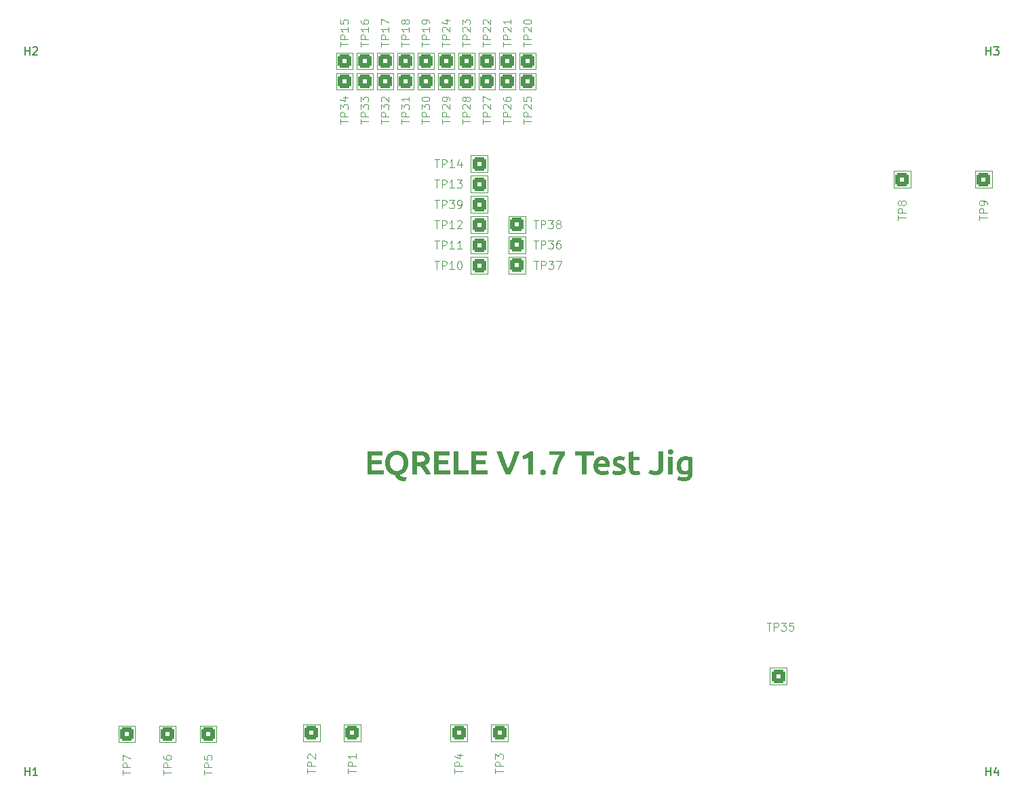
<source format=gto>
G04 #@! TF.GenerationSoftware,KiCad,Pcbnew,7.0.7-7.0.7~ubuntu22.04.1*
G04 #@! TF.CreationDate,2023-09-16T20:12:51-03:00*
G04 #@! TF.ProjectId,EQfixture,45516669-7874-4757-9265-2e6b69636164,rev?*
G04 #@! TF.SameCoordinates,Original*
G04 #@! TF.FileFunction,Legend,Top*
G04 #@! TF.FilePolarity,Positive*
%FSLAX46Y46*%
G04 Gerber Fmt 4.6, Leading zero omitted, Abs format (unit mm)*
G04 Created by KiCad (PCBNEW 7.0.7-7.0.7~ubuntu22.04.1) date 2023-09-16 20:12:51*
%MOMM*%
%LPD*%
G01*
G04 APERTURE LIST*
G04 Aperture macros list*
%AMRoundRect*
0 Rectangle with rounded corners*
0 $1 Rounding radius*
0 $2 $3 $4 $5 $6 $7 $8 $9 X,Y pos of 4 corners*
0 Add a 4 corners polygon primitive as box body*
4,1,4,$2,$3,$4,$5,$6,$7,$8,$9,$2,$3,0*
0 Add four circle primitives for the rounded corners*
1,1,$1+$1,$2,$3*
1,1,$1+$1,$4,$5*
1,1,$1+$1,$6,$7*
1,1,$1+$1,$8,$9*
0 Add four rect primitives between the rounded corners*
20,1,$1+$1,$2,$3,$4,$5,0*
20,1,$1+$1,$4,$5,$6,$7,0*
20,1,$1+$1,$6,$7,$8,$9,0*
20,1,$1+$1,$8,$9,$2,$3,0*%
G04 Aperture macros list end*
%ADD10C,0.300000*%
%ADD11C,0.150000*%
%ADD12C,0.100000*%
%ADD13C,6.400000*%
%ADD14RoundRect,0.278871X-0.571129X-0.571129X0.571129X-0.571129X0.571129X0.571129X-0.571129X0.571129X0*%
%ADD15R,1.700000X1.700000*%
%ADD16O,1.700000X1.700000*%
G04 APERTURE END LIST*
D10*
G36*
X131510244Y-92470000D02*
G01*
X131510244Y-89515638D01*
X133435122Y-89515638D01*
X133435122Y-90031479D01*
X132089099Y-90031479D01*
X132089099Y-90641109D01*
X133287843Y-90641109D01*
X133287843Y-91156950D01*
X132089099Y-91156950D01*
X132089099Y-91954159D01*
X133536971Y-91954159D01*
X133536971Y-92470000D01*
X131510244Y-92470000D01*
G37*
G36*
X135227808Y-89469121D02*
G01*
X135263909Y-89470255D01*
X135299776Y-89472144D01*
X135335407Y-89474788D01*
X135370804Y-89478189D01*
X135405967Y-89482345D01*
X135440894Y-89487256D01*
X135475587Y-89492923D01*
X135510046Y-89499346D01*
X135544269Y-89506525D01*
X135578258Y-89514459D01*
X135612012Y-89523148D01*
X135645532Y-89532594D01*
X135678817Y-89542795D01*
X135711867Y-89553751D01*
X135744682Y-89565464D01*
X135777208Y-89577934D01*
X135809208Y-89591166D01*
X135840681Y-89605160D01*
X135871627Y-89619914D01*
X135902047Y-89635431D01*
X135931940Y-89651708D01*
X135961306Y-89668747D01*
X135990146Y-89686547D01*
X136018459Y-89705108D01*
X136046246Y-89724431D01*
X136073505Y-89744516D01*
X136100239Y-89765361D01*
X136126445Y-89786968D01*
X136152125Y-89809336D01*
X136177278Y-89832466D01*
X136201905Y-89856357D01*
X136226047Y-89880892D01*
X136249566Y-89906137D01*
X136272461Y-89932091D01*
X136294732Y-89958756D01*
X136316379Y-89986130D01*
X136337402Y-90014214D01*
X136357801Y-90043008D01*
X136377576Y-90072512D01*
X136396727Y-90102725D01*
X136415255Y-90133649D01*
X136433158Y-90165282D01*
X136450437Y-90197625D01*
X136467092Y-90230678D01*
X136483124Y-90264441D01*
X136498531Y-90298913D01*
X136513314Y-90334096D01*
X136527333Y-90369888D01*
X136540448Y-90406373D01*
X136552658Y-90443550D01*
X136563964Y-90481420D01*
X136574365Y-90519983D01*
X136583862Y-90559238D01*
X136592455Y-90599186D01*
X136600143Y-90639827D01*
X136606926Y-90681160D01*
X136612805Y-90723186D01*
X136617780Y-90765905D01*
X136621850Y-90809316D01*
X136625015Y-90853420D01*
X136627276Y-90898217D01*
X136628633Y-90943706D01*
X136629085Y-90989888D01*
X136628768Y-91028937D01*
X136627815Y-91067500D01*
X136626226Y-91105576D01*
X136624002Y-91143165D01*
X136621143Y-91180268D01*
X136617648Y-91216885D01*
X136613518Y-91253015D01*
X136608752Y-91288658D01*
X136603351Y-91323815D01*
X136597315Y-91358485D01*
X136590643Y-91392668D01*
X136583336Y-91426365D01*
X136575393Y-91459575D01*
X136566815Y-91492299D01*
X136557601Y-91524536D01*
X136547752Y-91556287D01*
X136537331Y-91587454D01*
X136526400Y-91618122D01*
X136514960Y-91648293D01*
X136503010Y-91677966D01*
X136490551Y-91707140D01*
X136477582Y-91735817D01*
X136464104Y-91763996D01*
X136450116Y-91791676D01*
X136435619Y-91818859D01*
X136420613Y-91845543D01*
X136405097Y-91871730D01*
X136389071Y-91897418D01*
X136372536Y-91922608D01*
X136355491Y-91947301D01*
X136337937Y-91971495D01*
X136319874Y-91995191D01*
X136301453Y-92018367D01*
X136282642Y-92040998D01*
X136253696Y-92073926D01*
X136223875Y-92105630D01*
X136193178Y-92136111D01*
X136161605Y-92165368D01*
X136129156Y-92193401D01*
X136095831Y-92220211D01*
X136061630Y-92245797D01*
X136026553Y-92270159D01*
X135990601Y-92293298D01*
X135978422Y-92300739D01*
X135941611Y-92322227D01*
X135904543Y-92342453D01*
X135867217Y-92361417D01*
X135829633Y-92379118D01*
X135791791Y-92395557D01*
X135753692Y-92410734D01*
X135715336Y-92424649D01*
X135676721Y-92437301D01*
X135637850Y-92448692D01*
X135598720Y-92458820D01*
X135572491Y-92464870D01*
X135580459Y-92494912D01*
X135593893Y-92521199D01*
X135613358Y-92547486D01*
X135634841Y-92570017D01*
X135651625Y-92585038D01*
X135674856Y-92603578D01*
X135700126Y-92621188D01*
X135727435Y-92637867D01*
X135756783Y-92653617D01*
X135788171Y-92668436D01*
X135821598Y-92682325D01*
X135835540Y-92687620D01*
X135864472Y-92698004D01*
X135894479Y-92707907D01*
X135925563Y-92717330D01*
X135957723Y-92726271D01*
X135990959Y-92734732D01*
X136025271Y-92742712D01*
X136060660Y-92750211D01*
X136097124Y-92757229D01*
X136134803Y-92763995D01*
X136163948Y-92768815D01*
X136193853Y-92773415D01*
X136224518Y-92777796D01*
X136255943Y-92781959D01*
X136288128Y-92785902D01*
X136321073Y-92789627D01*
X136354778Y-92793132D01*
X136389243Y-92796419D01*
X136424467Y-92799486D01*
X136436378Y-92800460D01*
X136306685Y-93315568D01*
X136271338Y-93312458D01*
X136236463Y-93309082D01*
X136202061Y-93305440D01*
X136168130Y-93301532D01*
X136134672Y-93297357D01*
X136101687Y-93292917D01*
X136069173Y-93288210D01*
X136037132Y-93283237D01*
X136005563Y-93277997D01*
X135974467Y-93272492D01*
X135943842Y-93266720D01*
X135913690Y-93260682D01*
X135884011Y-93254378D01*
X135854803Y-93247808D01*
X135826068Y-93240972D01*
X135770014Y-93226500D01*
X135715849Y-93210964D01*
X135663574Y-93194363D01*
X135613187Y-93176698D01*
X135564690Y-93157967D01*
X135518081Y-93138172D01*
X135473362Y-93117312D01*
X135430532Y-93095388D01*
X135409825Y-93084026D01*
X135369823Y-93060338D01*
X135331698Y-93035071D01*
X135295451Y-93008223D01*
X135261081Y-92979795D01*
X135228589Y-92949788D01*
X135197975Y-92918200D01*
X135169238Y-92885033D01*
X135142379Y-92850286D01*
X135117398Y-92813958D01*
X135094294Y-92776051D01*
X135073068Y-92736564D01*
X135053719Y-92695497D01*
X135036248Y-92652850D01*
X135020655Y-92608623D01*
X135006939Y-92562816D01*
X134995101Y-92515429D01*
X134964034Y-92512071D01*
X134933116Y-92508044D01*
X134902348Y-92503347D01*
X134871728Y-92497981D01*
X134841256Y-92491944D01*
X134810934Y-92485238D01*
X134780760Y-92477862D01*
X134750736Y-92469816D01*
X134720860Y-92461101D01*
X134691133Y-92451716D01*
X134661555Y-92441661D01*
X134632125Y-92430936D01*
X134602845Y-92419541D01*
X134573713Y-92407477D01*
X134544730Y-92394743D01*
X134515896Y-92381339D01*
X134487451Y-92367286D01*
X134459453Y-92352603D01*
X134431901Y-92337290D01*
X134404796Y-92321347D01*
X134378138Y-92304775D01*
X134351925Y-92287573D01*
X134326160Y-92269741D01*
X134300840Y-92251280D01*
X134275968Y-92232189D01*
X134251542Y-92212468D01*
X134227562Y-92192118D01*
X134204029Y-92171138D01*
X134180942Y-92149528D01*
X134158302Y-92127289D01*
X134136108Y-92104419D01*
X134114361Y-92080921D01*
X134093212Y-92056706D01*
X134072630Y-92031874D01*
X134052614Y-92006423D01*
X134033165Y-91980354D01*
X134014283Y-91953666D01*
X133995968Y-91926361D01*
X133978219Y-91898437D01*
X133961038Y-91869895D01*
X133944422Y-91840735D01*
X133928374Y-91810956D01*
X133912892Y-91780559D01*
X133897977Y-91749544D01*
X133883629Y-91717911D01*
X133869847Y-91685659D01*
X133856632Y-91652790D01*
X133843984Y-91619302D01*
X133832094Y-91585195D01*
X133820972Y-91550471D01*
X133810616Y-91515128D01*
X133801028Y-91479167D01*
X133792207Y-91442588D01*
X133784152Y-91405391D01*
X133776865Y-91367575D01*
X133770345Y-91329141D01*
X133764592Y-91290089D01*
X133759606Y-91250419D01*
X133755387Y-91210130D01*
X133751935Y-91169223D01*
X133749250Y-91127698D01*
X133747333Y-91085555D01*
X133746182Y-91042793D01*
X133745799Y-90999413D01*
X133745863Y-90992819D01*
X134345170Y-90992819D01*
X134345679Y-91035709D01*
X134347206Y-91077827D01*
X134349749Y-91119172D01*
X134353311Y-91159743D01*
X134357889Y-91199543D01*
X134363486Y-91238569D01*
X134370100Y-91276823D01*
X134377731Y-91314303D01*
X134386380Y-91351011D01*
X134396046Y-91386947D01*
X134403056Y-91410474D01*
X134414354Y-91445012D01*
X134426541Y-91478558D01*
X134439616Y-91511112D01*
X134453580Y-91542674D01*
X134468433Y-91573245D01*
X134484174Y-91602824D01*
X134500804Y-91631411D01*
X134518323Y-91659006D01*
X134536731Y-91685610D01*
X134556027Y-91711222D01*
X134569385Y-91727745D01*
X134590262Y-91751554D01*
X134611949Y-91774345D01*
X134634449Y-91796119D01*
X134657759Y-91816875D01*
X134681881Y-91836614D01*
X134706815Y-91855335D01*
X134732560Y-91873038D01*
X134759116Y-91889724D01*
X134786484Y-91905393D01*
X134814663Y-91920044D01*
X134833900Y-91929246D01*
X134863400Y-91942079D01*
X134893646Y-91953649D01*
X134924640Y-91963957D01*
X134956381Y-91973003D01*
X134988868Y-91980787D01*
X135022103Y-91987309D01*
X135056085Y-91992568D01*
X135090813Y-91996565D01*
X135126289Y-91999300D01*
X135162512Y-92000773D01*
X135187076Y-92001053D01*
X135223011Y-92000422D01*
X135258276Y-91998529D01*
X135292872Y-91995373D01*
X135326798Y-91990955D01*
X135360054Y-91985275D01*
X135392640Y-91978333D01*
X135424557Y-91970128D01*
X135455804Y-91960662D01*
X135486381Y-91949933D01*
X135516288Y-91937941D01*
X135535854Y-91929246D01*
X135564568Y-91915273D01*
X135592458Y-91900283D01*
X135619523Y-91884275D01*
X135645764Y-91867250D01*
X135671180Y-91849207D01*
X135695772Y-91830147D01*
X135719540Y-91810069D01*
X135742484Y-91788974D01*
X135764603Y-91766861D01*
X135785898Y-91743731D01*
X135799637Y-91727745D01*
X135819656Y-91702795D01*
X135838775Y-91676852D01*
X135856991Y-91649918D01*
X135874306Y-91621992D01*
X135890720Y-91593074D01*
X135906231Y-91563165D01*
X135920842Y-91532264D01*
X135934550Y-91500371D01*
X135947357Y-91467486D01*
X135959263Y-91433609D01*
X135966699Y-91410474D01*
X135977044Y-91375054D01*
X135986371Y-91338861D01*
X135994681Y-91301896D01*
X136001973Y-91264157D01*
X136008247Y-91225646D01*
X136013505Y-91186362D01*
X136017744Y-91146305D01*
X136020966Y-91105476D01*
X136023171Y-91063873D01*
X136024358Y-91021498D01*
X136024584Y-90992819D01*
X136024076Y-90949928D01*
X136022549Y-90907811D01*
X136020005Y-90866466D01*
X136016444Y-90825894D01*
X136011865Y-90786095D01*
X136006269Y-90747068D01*
X135999655Y-90708815D01*
X135992024Y-90671334D01*
X135983375Y-90634626D01*
X135973708Y-90598691D01*
X135966699Y-90575163D01*
X135955394Y-90540632D01*
X135943188Y-90507106D01*
X135930081Y-90474584D01*
X135916072Y-90443066D01*
X135901161Y-90412554D01*
X135885349Y-90383046D01*
X135868635Y-90354542D01*
X135851019Y-90327043D01*
X135832502Y-90300549D01*
X135813083Y-90275060D01*
X135799637Y-90258625D01*
X135778891Y-90234685D01*
X135757322Y-90211776D01*
X135734928Y-90189897D01*
X135711709Y-90169049D01*
X135687667Y-90149231D01*
X135662800Y-90130443D01*
X135637108Y-90112686D01*
X135610593Y-90095959D01*
X135583253Y-90080263D01*
X135555088Y-90065597D01*
X135535854Y-90056392D01*
X135506394Y-90043559D01*
X135476263Y-90031988D01*
X135445463Y-90021680D01*
X135413992Y-90012634D01*
X135381853Y-90004850D01*
X135349043Y-89998329D01*
X135315564Y-89993069D01*
X135281414Y-89989072D01*
X135246595Y-89986337D01*
X135211107Y-89984865D01*
X135187076Y-89984584D01*
X135150355Y-89985215D01*
X135114381Y-89987109D01*
X135079154Y-89990264D01*
X135044674Y-89994682D01*
X135010942Y-90000362D01*
X134977956Y-90007305D01*
X134945717Y-90015509D01*
X134914226Y-90024976D01*
X134883481Y-90035705D01*
X134853484Y-90047696D01*
X134833900Y-90056392D01*
X134805180Y-90070384D01*
X134777271Y-90085432D01*
X134750174Y-90101536D01*
X134723888Y-90118697D01*
X134698414Y-90136913D01*
X134673751Y-90156186D01*
X134649899Y-90176515D01*
X134626859Y-90197900D01*
X134604630Y-90220341D01*
X134583213Y-90243839D01*
X134569385Y-90260090D01*
X134549497Y-90285290D01*
X134530496Y-90311430D01*
X134512385Y-90338510D01*
X134495162Y-90366530D01*
X134478828Y-90395491D01*
X134463383Y-90425392D01*
X134448827Y-90456233D01*
X134435159Y-90488015D01*
X134422380Y-90520736D01*
X134410489Y-90554398D01*
X134403056Y-90577362D01*
X134392711Y-90612389D01*
X134383384Y-90648227D01*
X134375074Y-90684877D01*
X134367782Y-90722339D01*
X134361507Y-90760612D01*
X134356250Y-90799696D01*
X134352010Y-90839592D01*
X134348788Y-90880299D01*
X134346584Y-90921818D01*
X134345397Y-90964148D01*
X134345170Y-90992819D01*
X133745863Y-90992819D01*
X133746251Y-90952871D01*
X133747607Y-90907032D01*
X133749869Y-90861898D01*
X133753034Y-90817468D01*
X133757104Y-90773742D01*
X133762079Y-90730719D01*
X133767958Y-90688402D01*
X133774741Y-90646788D01*
X133782429Y-90605878D01*
X133791022Y-90565672D01*
X133800518Y-90526171D01*
X133810920Y-90487373D01*
X133822226Y-90449280D01*
X133834436Y-90411891D01*
X133847550Y-90375206D01*
X133861570Y-90339225D01*
X133876370Y-90303859D01*
X133891829Y-90269204D01*
X133907946Y-90235258D01*
X133924722Y-90202021D01*
X133942155Y-90169495D01*
X133960248Y-90137679D01*
X133978998Y-90106572D01*
X133998407Y-90076175D01*
X134018474Y-90046488D01*
X134039199Y-90017511D01*
X134060583Y-89989244D01*
X134082625Y-89961687D01*
X134105325Y-89934839D01*
X134128684Y-89908701D01*
X134152700Y-89883273D01*
X134177376Y-89858555D01*
X134202620Y-89834487D01*
X134228346Y-89811191D01*
X134254553Y-89788668D01*
X134281240Y-89766918D01*
X134308408Y-89745941D01*
X134336057Y-89725736D01*
X134364187Y-89706305D01*
X134392798Y-89687646D01*
X134421889Y-89669760D01*
X134451462Y-89652647D01*
X134481515Y-89636306D01*
X134512049Y-89620739D01*
X134543064Y-89605944D01*
X134574560Y-89591922D01*
X134606537Y-89578673D01*
X134638995Y-89566196D01*
X134671807Y-89554395D01*
X134704849Y-89543356D01*
X134738119Y-89533078D01*
X134771618Y-89523561D01*
X134805347Y-89514805D01*
X134839304Y-89506811D01*
X134873491Y-89499578D01*
X134907906Y-89493107D01*
X134942550Y-89487396D01*
X134977424Y-89482448D01*
X135012526Y-89478260D01*
X135047857Y-89474834D01*
X135083417Y-89472169D01*
X135119207Y-89470266D01*
X135155225Y-89469124D01*
X135191472Y-89468743D01*
X135227808Y-89469121D01*
G37*
G36*
X138015576Y-89515868D02*
G01*
X138054732Y-89516557D01*
X138093308Y-89517705D01*
X138131305Y-89519313D01*
X138168722Y-89521380D01*
X138205559Y-89523907D01*
X138241817Y-89526893D01*
X138277496Y-89530338D01*
X138312594Y-89534243D01*
X138347113Y-89538607D01*
X138381053Y-89543431D01*
X138414413Y-89548714D01*
X138447193Y-89554456D01*
X138479394Y-89560658D01*
X138511015Y-89567319D01*
X138542056Y-89574439D01*
X138572518Y-89582019D01*
X138602401Y-89590059D01*
X138631703Y-89598557D01*
X138660426Y-89607515D01*
X138688570Y-89616933D01*
X138743118Y-89637146D01*
X138795348Y-89659196D01*
X138845259Y-89683084D01*
X138892852Y-89708810D01*
X138938127Y-89736373D01*
X138959895Y-89750844D01*
X139001509Y-89781215D01*
X139040438Y-89813527D01*
X139076682Y-89847779D01*
X139110242Y-89883971D01*
X139141116Y-89922105D01*
X139169306Y-89962179D01*
X139194812Y-90004193D01*
X139217632Y-90048148D01*
X139237768Y-90094044D01*
X139255219Y-90141880D01*
X139269985Y-90191657D01*
X139282066Y-90243375D01*
X139291463Y-90297033D01*
X139298175Y-90352632D01*
X139302202Y-90410171D01*
X139303209Y-90439668D01*
X139303545Y-90469651D01*
X139302987Y-90507085D01*
X139301315Y-90543733D01*
X139298528Y-90579596D01*
X139294626Y-90614674D01*
X139289609Y-90648965D01*
X139283477Y-90682471D01*
X139276231Y-90715191D01*
X139267870Y-90747126D01*
X139258394Y-90778275D01*
X139247803Y-90808638D01*
X139236097Y-90838215D01*
X139223276Y-90867007D01*
X139209341Y-90895013D01*
X139194291Y-90922234D01*
X139178126Y-90948668D01*
X139160846Y-90974317D01*
X139142451Y-90999181D01*
X139122941Y-91023258D01*
X139102317Y-91046551D01*
X139080578Y-91069057D01*
X139057723Y-91090778D01*
X139033754Y-91111713D01*
X139008671Y-91131862D01*
X138982472Y-91151226D01*
X138955159Y-91169803D01*
X138926730Y-91187596D01*
X138897187Y-91204602D01*
X138866529Y-91220823D01*
X138834756Y-91236259D01*
X138801869Y-91250908D01*
X138767866Y-91264772D01*
X138732749Y-91277850D01*
X138752123Y-91301038D01*
X138773607Y-91327553D01*
X138792315Y-91351160D01*
X138812373Y-91376897D01*
X138833783Y-91404764D01*
X138856543Y-91434760D01*
X138874500Y-91458655D01*
X138893217Y-91483747D01*
X138912345Y-91509631D01*
X138931539Y-91535902D01*
X138950797Y-91562560D01*
X138970119Y-91589603D01*
X138989505Y-91617033D01*
X139008956Y-91644850D01*
X139028471Y-91673053D01*
X139048051Y-91701642D01*
X139067695Y-91730618D01*
X139087404Y-91759980D01*
X139100579Y-91779769D01*
X139120422Y-91809659D01*
X139140112Y-91839704D01*
X139159646Y-91869903D01*
X139179026Y-91900257D01*
X139198252Y-91930766D01*
X139217323Y-91961429D01*
X139236239Y-91992246D01*
X139255001Y-92023218D01*
X139273609Y-92054345D01*
X139292061Y-92085626D01*
X139304277Y-92106566D01*
X139322511Y-92138272D01*
X139340668Y-92170468D01*
X139358747Y-92203153D01*
X139376749Y-92236328D01*
X139394673Y-92269992D01*
X139412521Y-92304145D01*
X139430291Y-92338788D01*
X139447984Y-92373920D01*
X139465599Y-92409542D01*
X139483137Y-92445653D01*
X139494787Y-92470000D01*
X138848520Y-92470000D01*
X138832251Y-92440133D01*
X138815865Y-92410434D01*
X138799364Y-92380902D01*
X138782746Y-92351538D01*
X138766013Y-92322341D01*
X138749164Y-92293312D01*
X138732199Y-92264450D01*
X138715118Y-92235755D01*
X138697921Y-92207228D01*
X138680608Y-92178869D01*
X138669002Y-92160055D01*
X138651672Y-92131968D01*
X138634303Y-92104036D01*
X138616896Y-92076258D01*
X138599450Y-92048635D01*
X138581965Y-92021166D01*
X138564442Y-91993852D01*
X138546880Y-91966692D01*
X138529279Y-91939687D01*
X138511640Y-91912837D01*
X138493962Y-91886141D01*
X138482156Y-91868429D01*
X138464446Y-91842062D01*
X138446762Y-91815991D01*
X138429103Y-91790216D01*
X138411470Y-91764737D01*
X138393863Y-91739554D01*
X138376282Y-91714668D01*
X138358727Y-91690078D01*
X138341197Y-91665784D01*
X138323693Y-91641787D01*
X138306215Y-91618085D01*
X138294577Y-91602449D01*
X138271817Y-91571686D01*
X138249698Y-91542045D01*
X138228220Y-91513525D01*
X138207383Y-91486128D01*
X138187187Y-91459853D01*
X138167632Y-91434700D01*
X138148719Y-91410669D01*
X138130446Y-91387759D01*
X138100794Y-91389691D01*
X138069498Y-91390990D01*
X138039588Y-91391423D01*
X138008332Y-91391423D01*
X137978313Y-91391423D01*
X137958988Y-91391423D01*
X137725247Y-91391423D01*
X137725247Y-92470000D01*
X137146392Y-92470000D01*
X137146392Y-90875582D01*
X137725247Y-90875582D01*
X137934075Y-90875582D01*
X137969783Y-90875415D01*
X138004640Y-90874912D01*
X138038648Y-90874075D01*
X138071805Y-90872903D01*
X138104112Y-90871396D01*
X138135569Y-90869554D01*
X138166177Y-90867378D01*
X138195934Y-90864866D01*
X138234287Y-90860996D01*
X138271130Y-90856531D01*
X138306610Y-90851139D01*
X138340510Y-90844853D01*
X138372830Y-90837675D01*
X138403571Y-90829603D01*
X138432731Y-90820639D01*
X138466960Y-90808178D01*
X138498719Y-90794321D01*
X138510732Y-90788387D01*
X138539108Y-90772488D01*
X138565157Y-90755014D01*
X138588882Y-90735966D01*
X138610280Y-90715344D01*
X138632889Y-90688519D01*
X138652149Y-90659427D01*
X138665870Y-90632902D01*
X138677265Y-90604158D01*
X138686334Y-90573196D01*
X138693079Y-90540015D01*
X138697497Y-90504617D01*
X138699358Y-90474701D01*
X138699776Y-90451332D01*
X138698613Y-90415168D01*
X138695125Y-90380864D01*
X138689311Y-90348421D01*
X138681172Y-90317838D01*
X138670707Y-90289116D01*
X138657916Y-90262254D01*
X138652149Y-90252030D01*
X138633044Y-90222690D01*
X138610899Y-90195667D01*
X138590122Y-90174920D01*
X138567235Y-90155782D01*
X138542237Y-90138255D01*
X138515129Y-90122337D01*
X138486016Y-90107887D01*
X138455008Y-90094760D01*
X138422103Y-90082957D01*
X138387302Y-90072477D01*
X138358096Y-90065047D01*
X138327676Y-90058464D01*
X138296043Y-90052728D01*
X138263585Y-90047748D01*
X138230326Y-90043432D01*
X138196266Y-90039779D01*
X138161404Y-90036791D01*
X138125741Y-90034467D01*
X138089276Y-90032807D01*
X138052010Y-90031811D01*
X138013942Y-90031479D01*
X137983391Y-90031833D01*
X137953561Y-90032896D01*
X137914909Y-90035414D01*
X137877540Y-90039193D01*
X137841453Y-90044230D01*
X137806649Y-90050527D01*
X137773126Y-90058083D01*
X137740886Y-90066899D01*
X137725247Y-90071779D01*
X137725247Y-90875582D01*
X137146392Y-90875582D01*
X137146392Y-89565464D01*
X137186822Y-89559880D01*
X137227330Y-89554670D01*
X137267914Y-89549834D01*
X137308577Y-89545371D01*
X137349316Y-89541281D01*
X137390133Y-89537565D01*
X137431027Y-89534223D01*
X137471998Y-89531254D01*
X137513046Y-89528659D01*
X137554172Y-89526437D01*
X137581632Y-89525163D01*
X137622574Y-89523461D01*
X137662691Y-89521926D01*
X137701983Y-89520559D01*
X137740451Y-89519359D01*
X137778095Y-89518326D01*
X137814915Y-89517461D01*
X137850910Y-89516764D01*
X137886081Y-89516233D01*
X137920428Y-89515871D01*
X137953950Y-89515675D01*
X137975840Y-89515638D01*
X138015576Y-89515868D01*
G37*
G36*
X139834040Y-92470000D02*
G01*
X139834040Y-89515638D01*
X141758918Y-89515638D01*
X141758918Y-90031479D01*
X140412896Y-90031479D01*
X140412896Y-90641109D01*
X141611639Y-90641109D01*
X141611639Y-91156950D01*
X140412896Y-91156950D01*
X140412896Y-91954159D01*
X141860767Y-91954159D01*
X141860767Y-92470000D01*
X139834040Y-92470000D01*
G37*
G36*
X144188646Y-91954159D02*
G01*
X144188646Y-92470000D01*
X142293077Y-92470000D01*
X142293077Y-89515638D01*
X142871933Y-89515638D01*
X142871933Y-91954159D01*
X144188646Y-91954159D01*
G37*
G36*
X144535226Y-92470000D02*
G01*
X144535226Y-89515638D01*
X146460104Y-89515638D01*
X146460104Y-90031479D01*
X145114082Y-90031479D01*
X145114082Y-90641109D01*
X146312826Y-90641109D01*
X146312826Y-91156950D01*
X145114082Y-91156950D01*
X145114082Y-91954159D01*
X146561953Y-91954159D01*
X146561953Y-92470000D01*
X144535226Y-92470000D01*
G37*
G36*
X148818025Y-92470000D02*
G01*
X148797857Y-92426583D01*
X148777747Y-92383071D01*
X148757695Y-92339463D01*
X148737699Y-92295759D01*
X148717761Y-92251959D01*
X148697880Y-92208063D01*
X148678056Y-92164072D01*
X148658290Y-92119984D01*
X148638581Y-92075801D01*
X148618929Y-92031522D01*
X148599334Y-91987146D01*
X148579796Y-91942675D01*
X148560316Y-91898108D01*
X148540893Y-91853446D01*
X148521527Y-91808687D01*
X148502219Y-91763832D01*
X148482967Y-91718882D01*
X148463773Y-91673836D01*
X148444636Y-91628693D01*
X148425557Y-91583455D01*
X148406535Y-91538121D01*
X148387570Y-91492691D01*
X148368662Y-91447166D01*
X148349811Y-91401544D01*
X148331018Y-91355826D01*
X148312282Y-91310013D01*
X148293603Y-91264104D01*
X148274981Y-91218098D01*
X148256417Y-91171997D01*
X148237910Y-91125800D01*
X148219460Y-91079508D01*
X148201067Y-91033119D01*
X148182732Y-90986607D01*
X148164454Y-90940037D01*
X148146233Y-90893407D01*
X148128069Y-90846720D01*
X148109963Y-90799973D01*
X148091914Y-90753168D01*
X148073922Y-90706304D01*
X148055987Y-90659381D01*
X148038110Y-90612400D01*
X148020289Y-90565360D01*
X148002526Y-90518262D01*
X147984821Y-90471105D01*
X147967172Y-90423889D01*
X147949581Y-90376614D01*
X147932047Y-90329281D01*
X147914570Y-90281889D01*
X147897151Y-90234438D01*
X147879789Y-90186929D01*
X147862484Y-90139361D01*
X147845236Y-90091734D01*
X147828045Y-90044049D01*
X147810912Y-89996305D01*
X147793836Y-89948502D01*
X147776817Y-89900641D01*
X147759856Y-89852721D01*
X147742952Y-89804742D01*
X147726105Y-89756705D01*
X147709315Y-89708609D01*
X147692582Y-89660454D01*
X147675907Y-89612241D01*
X147659289Y-89563969D01*
X147642728Y-89515638D01*
X148279469Y-89515638D01*
X148292747Y-89554367D01*
X148306019Y-89593067D01*
X148319285Y-89631738D01*
X148332546Y-89670381D01*
X148345801Y-89708995D01*
X148359050Y-89747581D01*
X148372294Y-89786138D01*
X148385532Y-89824666D01*
X148398764Y-89863166D01*
X148411990Y-89901637D01*
X148425211Y-89940080D01*
X148438425Y-89978493D01*
X148451635Y-90016879D01*
X148464838Y-90055235D01*
X148478036Y-90093563D01*
X148491228Y-90131863D01*
X148504417Y-90170019D01*
X148517606Y-90208101D01*
X148530795Y-90246108D01*
X148543984Y-90284041D01*
X148557173Y-90321900D01*
X148570362Y-90359684D01*
X148583551Y-90397394D01*
X148596741Y-90435029D01*
X148609930Y-90472590D01*
X148623119Y-90510077D01*
X148636308Y-90547489D01*
X148649497Y-90584826D01*
X148662686Y-90622090D01*
X148675875Y-90659278D01*
X148689064Y-90696393D01*
X148702254Y-90733433D01*
X148715443Y-90770273D01*
X148728632Y-90806969D01*
X148741821Y-90843522D01*
X148755010Y-90879933D01*
X148768199Y-90916200D01*
X148781388Y-90952324D01*
X148794577Y-90988305D01*
X148807766Y-91024143D01*
X148820956Y-91059838D01*
X148834145Y-91095389D01*
X148847334Y-91130798D01*
X148860523Y-91166063D01*
X148873712Y-91201186D01*
X148886901Y-91236165D01*
X148900090Y-91271001D01*
X148913279Y-91305694D01*
X148926363Y-91339849D01*
X148939234Y-91373254D01*
X148951894Y-91405909D01*
X148964341Y-91437814D01*
X148976577Y-91468969D01*
X148988602Y-91499375D01*
X149000414Y-91529030D01*
X149012015Y-91557936D01*
X149023403Y-91586091D01*
X149034580Y-91613497D01*
X149050949Y-91653200D01*
X149066840Y-91691215D01*
X149082256Y-91727543D01*
X149097194Y-91762184D01*
X149111740Y-91727562D01*
X149126801Y-91691292D01*
X149142377Y-91653374D01*
X149158469Y-91613806D01*
X149169482Y-91586512D01*
X149180725Y-91558485D01*
X149192197Y-91529726D01*
X149203898Y-91500233D01*
X149215828Y-91470008D01*
X149227986Y-91439050D01*
X149240374Y-91407360D01*
X149252991Y-91374937D01*
X149265836Y-91341781D01*
X149278911Y-91307892D01*
X149292106Y-91273457D01*
X149305312Y-91238844D01*
X149318530Y-91204054D01*
X149331759Y-91169086D01*
X149345000Y-91133941D01*
X149358252Y-91098618D01*
X149371515Y-91063118D01*
X149384790Y-91027440D01*
X149398077Y-90991585D01*
X149411374Y-90955553D01*
X149424684Y-90919343D01*
X149438005Y-90882955D01*
X149451337Y-90846390D01*
X149464680Y-90809648D01*
X149478036Y-90772728D01*
X149491402Y-90735631D01*
X149504857Y-90698325D01*
X149518296Y-90660961D01*
X149531717Y-90623541D01*
X149545120Y-90586063D01*
X149558507Y-90548528D01*
X149571876Y-90510935D01*
X149585229Y-90473286D01*
X149598564Y-90435579D01*
X149611882Y-90397815D01*
X149625182Y-90359993D01*
X149638466Y-90322115D01*
X149651732Y-90284179D01*
X149664982Y-90246186D01*
X149678214Y-90208135D01*
X149691428Y-90170028D01*
X149704626Y-90131863D01*
X149717804Y-90093563D01*
X149730959Y-90055235D01*
X149744090Y-90016879D01*
X149757199Y-89978493D01*
X149770286Y-89940080D01*
X149783349Y-89901637D01*
X149796389Y-89863166D01*
X149809406Y-89824666D01*
X149822401Y-89786138D01*
X149835372Y-89747581D01*
X149848321Y-89708995D01*
X149861247Y-89670381D01*
X149874150Y-89631738D01*
X149887030Y-89593067D01*
X149899887Y-89554367D01*
X149912721Y-89515638D01*
X150532609Y-89515638D01*
X150515825Y-89563969D01*
X150498995Y-89612241D01*
X150482120Y-89660454D01*
X150465198Y-89708609D01*
X150448231Y-89756705D01*
X150431218Y-89804742D01*
X150414159Y-89852721D01*
X150397055Y-89900641D01*
X150379904Y-89948502D01*
X150362708Y-89996305D01*
X150345466Y-90044049D01*
X150328178Y-90091734D01*
X150310845Y-90139361D01*
X150293465Y-90186929D01*
X150276040Y-90234438D01*
X150258569Y-90281889D01*
X150241052Y-90329281D01*
X150223490Y-90376614D01*
X150205881Y-90423889D01*
X150188227Y-90471105D01*
X150170527Y-90518262D01*
X150152781Y-90565360D01*
X150134990Y-90612400D01*
X150117152Y-90659381D01*
X150099269Y-90706304D01*
X150081340Y-90753168D01*
X150063365Y-90799973D01*
X150045345Y-90846720D01*
X150027279Y-90893407D01*
X150009166Y-90940037D01*
X149991009Y-90986607D01*
X149972805Y-91033119D01*
X149954547Y-91079508D01*
X149936228Y-91125800D01*
X149917848Y-91171997D01*
X149899406Y-91218098D01*
X149880902Y-91264104D01*
X149862337Y-91310013D01*
X149843711Y-91355826D01*
X149825023Y-91401544D01*
X149806273Y-91447166D01*
X149787462Y-91492691D01*
X149768589Y-91538121D01*
X149749655Y-91583455D01*
X149730659Y-91628693D01*
X149711601Y-91673836D01*
X149692482Y-91718882D01*
X149673302Y-91763832D01*
X149654060Y-91808687D01*
X149634756Y-91853446D01*
X149615391Y-91898108D01*
X149595965Y-91942675D01*
X149576477Y-91987146D01*
X149556927Y-92031522D01*
X149537316Y-92075801D01*
X149517643Y-92119984D01*
X149497909Y-92164072D01*
X149478113Y-92208063D01*
X149458255Y-92251959D01*
X149438337Y-92295759D01*
X149418356Y-92339463D01*
X149398314Y-92383071D01*
X149378211Y-92426583D01*
X149358046Y-92470000D01*
X148818025Y-92470000D01*
G37*
G36*
X150861605Y-90130397D02*
G01*
X150894680Y-90117125D01*
X150927596Y-90103504D01*
X150960351Y-90089533D01*
X150992946Y-90075214D01*
X151025381Y-90060545D01*
X151057655Y-90045527D01*
X151089769Y-90030159D01*
X151121723Y-90014443D01*
X151153517Y-89998377D01*
X151185150Y-89981962D01*
X151216623Y-89965198D01*
X151247936Y-89948085D01*
X151279088Y-89930623D01*
X151310080Y-89912811D01*
X151340912Y-89894650D01*
X151371584Y-89876140D01*
X151402066Y-89857215D01*
X151432148Y-89837810D01*
X151461829Y-89817923D01*
X151491110Y-89797555D01*
X151519990Y-89776707D01*
X151548469Y-89755378D01*
X151576547Y-89733568D01*
X151604225Y-89711277D01*
X151631502Y-89688505D01*
X151658378Y-89665252D01*
X151684854Y-89641518D01*
X151710928Y-89617304D01*
X151736603Y-89592609D01*
X151761876Y-89567433D01*
X151786749Y-89541776D01*
X151811221Y-89515638D01*
X152203230Y-89515638D01*
X152203230Y-92470000D01*
X151645624Y-92470000D01*
X151645624Y-90266685D01*
X151618973Y-90286069D01*
X151594226Y-90302453D01*
X151566434Y-90319614D01*
X151535597Y-90337555D01*
X151501714Y-90356274D01*
X151474303Y-90370824D01*
X151445179Y-90385812D01*
X151414342Y-90401238D01*
X151392833Y-90411765D01*
X151360064Y-90427496D01*
X151327153Y-90442814D01*
X151294101Y-90457721D01*
X151260907Y-90472215D01*
X151227572Y-90486297D01*
X151194094Y-90499967D01*
X151160475Y-90513225D01*
X151126715Y-90526071D01*
X151092813Y-90538504D01*
X151058769Y-90550525D01*
X151035994Y-90558311D01*
X150861605Y-90130397D01*
G37*
G36*
X153821095Y-92167383D02*
G01*
X153819424Y-92205141D01*
X153814409Y-92241113D01*
X153806051Y-92275300D01*
X153794351Y-92307700D01*
X153779307Y-92338314D01*
X153760920Y-92367143D01*
X153739190Y-92394185D01*
X153714117Y-92419441D01*
X153686903Y-92442282D01*
X153658384Y-92462077D01*
X153628559Y-92478827D01*
X153597430Y-92492531D01*
X153564995Y-92503190D01*
X153531255Y-92510803D01*
X153496210Y-92515371D01*
X153459860Y-92516894D01*
X153422342Y-92515371D01*
X153386358Y-92510803D01*
X153351908Y-92503190D01*
X153318993Y-92492531D01*
X153287611Y-92478827D01*
X153257764Y-92462077D01*
X153229451Y-92442282D01*
X153202672Y-92419441D01*
X153178286Y-92394185D01*
X153157151Y-92367143D01*
X153139268Y-92338314D01*
X153124637Y-92307700D01*
X153113256Y-92275300D01*
X153105128Y-92241113D01*
X153100251Y-92205141D01*
X153098625Y-92167383D01*
X153100251Y-92129590D01*
X153105128Y-92093514D01*
X153113256Y-92059156D01*
X153124637Y-92026516D01*
X153139268Y-91995592D01*
X153157151Y-91966386D01*
X153178286Y-91938897D01*
X153202672Y-91913126D01*
X153229451Y-91889770D01*
X153257764Y-91869528D01*
X153287611Y-91852401D01*
X153318993Y-91838387D01*
X153351908Y-91827488D01*
X153386358Y-91819703D01*
X153422342Y-91815032D01*
X153459860Y-91813475D01*
X153496382Y-91815032D01*
X153531576Y-91819703D01*
X153565442Y-91827488D01*
X153597979Y-91838387D01*
X153629189Y-91852401D01*
X153659071Y-91869528D01*
X153687624Y-91889770D01*
X153714849Y-91913126D01*
X153739751Y-91938897D01*
X153761332Y-91966386D01*
X153779593Y-91995592D01*
X153794534Y-92026516D01*
X153806154Y-92059156D01*
X153814455Y-92093514D01*
X153819435Y-92129590D01*
X153821095Y-92167383D01*
G37*
G36*
X154639553Y-92470000D02*
G01*
X154643271Y-92426462D01*
X154647464Y-92382862D01*
X154652132Y-92339199D01*
X154657276Y-92295473D01*
X154662894Y-92251684D01*
X154668988Y-92207832D01*
X154675557Y-92163916D01*
X154682601Y-92119938D01*
X154690120Y-92075897D01*
X154698114Y-92031793D01*
X154706583Y-91987627D01*
X154715528Y-91943397D01*
X154724947Y-91899104D01*
X154734842Y-91854748D01*
X154745212Y-91810329D01*
X154756057Y-91765847D01*
X154767385Y-91721411D01*
X154779023Y-91677130D01*
X154790970Y-91633003D01*
X154803226Y-91589031D01*
X154815791Y-91545213D01*
X154828666Y-91501550D01*
X154841849Y-91458041D01*
X154855341Y-91414687D01*
X154869143Y-91371488D01*
X154883254Y-91328443D01*
X154897674Y-91285552D01*
X154912403Y-91242817D01*
X154927441Y-91200235D01*
X154942788Y-91157809D01*
X154958444Y-91115536D01*
X154974410Y-91073419D01*
X154990719Y-91031453D01*
X155007222Y-90989819D01*
X155023921Y-90948517D01*
X155040813Y-90907547D01*
X155057901Y-90866910D01*
X155075183Y-90826604D01*
X155092660Y-90786630D01*
X155110331Y-90746988D01*
X155128197Y-90707679D01*
X155146258Y-90668701D01*
X155164513Y-90630055D01*
X155182963Y-90591741D01*
X155201607Y-90553760D01*
X155220446Y-90516110D01*
X155239480Y-90478793D01*
X155258709Y-90441807D01*
X155278003Y-90405502D01*
X155297051Y-90370228D01*
X155315853Y-90335985D01*
X155334409Y-90302772D01*
X155352718Y-90270589D01*
X155370782Y-90239436D01*
X155388599Y-90209314D01*
X155406170Y-90180223D01*
X155423495Y-90152162D01*
X155440574Y-90125131D01*
X155457407Y-90099130D01*
X155473993Y-90074160D01*
X155498412Y-90038637D01*
X155522276Y-90005433D01*
X155537878Y-89984584D01*
X154215303Y-89984584D01*
X154215303Y-89515638D01*
X156216385Y-89515638D01*
X156216385Y-89934026D01*
X156189277Y-89965054D01*
X156161808Y-89997962D01*
X156143295Y-90020946D01*
X156124622Y-90044765D01*
X156105788Y-90069421D01*
X156086795Y-90094911D01*
X156067641Y-90121238D01*
X156048327Y-90148401D01*
X156028852Y-90176399D01*
X156009217Y-90205233D01*
X155989422Y-90234903D01*
X155969467Y-90265408D01*
X155949351Y-90296750D01*
X155929075Y-90328927D01*
X155908639Y-90361939D01*
X155888277Y-90395551D01*
X155868041Y-90429705D01*
X155847931Y-90464404D01*
X155827947Y-90499647D01*
X155808089Y-90535433D01*
X155788357Y-90571763D01*
X155768751Y-90608637D01*
X155749270Y-90646055D01*
X155729916Y-90684017D01*
X155710688Y-90722522D01*
X155691585Y-90761571D01*
X155672609Y-90801164D01*
X155653758Y-90841301D01*
X155635033Y-90881982D01*
X155616435Y-90923207D01*
X155597962Y-90964975D01*
X155579709Y-91007113D01*
X155561772Y-91049628D01*
X155544149Y-91092521D01*
X155526841Y-91135792D01*
X155509848Y-91179441D01*
X155493170Y-91223468D01*
X155476807Y-91267872D01*
X155460758Y-91312655D01*
X155445025Y-91357815D01*
X155429606Y-91403353D01*
X155414502Y-91449269D01*
X155399713Y-91495562D01*
X155385239Y-91542234D01*
X155371079Y-91589283D01*
X155357235Y-91636710D01*
X155343705Y-91684515D01*
X155330733Y-91732577D01*
X155318380Y-91780777D01*
X155306645Y-91829114D01*
X155295528Y-91877588D01*
X155285029Y-91926200D01*
X155275149Y-91974950D01*
X155265887Y-92023837D01*
X155257243Y-92072861D01*
X155249217Y-92122022D01*
X155241810Y-92171321D01*
X155235021Y-92220757D01*
X155228850Y-92270331D01*
X155223297Y-92320042D01*
X155218363Y-92369890D01*
X155214046Y-92419876D01*
X155210348Y-92470000D01*
X154639553Y-92470000D01*
G37*
G36*
X159792100Y-89515638D02*
G01*
X159792100Y-90031479D01*
X158893042Y-90031479D01*
X158893042Y-92470000D01*
X158310523Y-92470000D01*
X158310523Y-90031479D01*
X157411465Y-90031479D01*
X157411465Y-89515638D01*
X159792100Y-89515638D01*
G37*
G36*
X160863650Y-90173293D02*
G01*
X160919506Y-90176685D01*
X160973765Y-90182338D01*
X161026427Y-90190252D01*
X161077492Y-90200427D01*
X161126960Y-90212864D01*
X161174830Y-90227561D01*
X161221104Y-90244520D01*
X161265780Y-90263740D01*
X161308860Y-90285221D01*
X161350342Y-90308963D01*
X161390227Y-90334966D01*
X161428515Y-90363230D01*
X161465205Y-90393756D01*
X161500299Y-90426543D01*
X161533796Y-90461591D01*
X161565561Y-90498860D01*
X161595276Y-90538310D01*
X161622942Y-90579941D01*
X161648559Y-90623753D01*
X161672127Y-90669746D01*
X161693645Y-90717920D01*
X161713114Y-90768275D01*
X161730533Y-90820811D01*
X161745903Y-90875528D01*
X161759224Y-90932426D01*
X161765116Y-90961693D01*
X161770496Y-90991505D01*
X161775363Y-91021862D01*
X161779718Y-91052765D01*
X161783560Y-91084213D01*
X161786890Y-91116206D01*
X161789708Y-91148745D01*
X161792014Y-91181828D01*
X161793807Y-91215457D01*
X161795088Y-91249632D01*
X161795856Y-91284351D01*
X161796113Y-91319616D01*
X161795853Y-91350132D01*
X161795166Y-91380128D01*
X161794050Y-91412271D01*
X161793914Y-91415603D01*
X161792330Y-91446148D01*
X161790050Y-91478432D01*
X161787440Y-91508588D01*
X161785122Y-91532107D01*
X160333586Y-91532107D01*
X160338264Y-91575246D01*
X160345427Y-91616737D01*
X160355077Y-91656579D01*
X160367212Y-91694773D01*
X160381833Y-91731318D01*
X160398939Y-91766214D01*
X160418532Y-91799461D01*
X160440611Y-91831060D01*
X160465175Y-91861010D01*
X160492225Y-91889312D01*
X160511639Y-91907264D01*
X160542891Y-91932406D01*
X160576743Y-91955075D01*
X160613198Y-91975270D01*
X160652255Y-91992993D01*
X160679738Y-92003435D01*
X160708377Y-92012777D01*
X160738173Y-92021020D01*
X160769125Y-92028164D01*
X160801233Y-92034209D01*
X160834498Y-92039155D01*
X160868919Y-92043002D01*
X160904496Y-92045750D01*
X160941230Y-92047398D01*
X160979120Y-92047948D01*
X161012922Y-92047561D01*
X161046182Y-92046402D01*
X161078902Y-92044470D01*
X161111080Y-92041765D01*
X161142718Y-92038288D01*
X161173814Y-92034037D01*
X161204370Y-92029014D01*
X161234385Y-92023218D01*
X161263858Y-92016649D01*
X161292791Y-92009308D01*
X161311779Y-92003984D01*
X161339902Y-91995417D01*
X161376419Y-91983413D01*
X161411813Y-91970744D01*
X161446085Y-91957412D01*
X161479235Y-91943416D01*
X161511264Y-91928756D01*
X161542170Y-91913431D01*
X161571954Y-91897443D01*
X161579225Y-91893342D01*
X161654696Y-92365219D01*
X161628244Y-92378723D01*
X161600179Y-92391666D01*
X161570502Y-92404048D01*
X161539211Y-92415869D01*
X161520607Y-92422372D01*
X161491807Y-92431835D01*
X161461462Y-92440988D01*
X161429571Y-92449832D01*
X161396134Y-92458367D01*
X161367090Y-92465244D01*
X161349148Y-92469267D01*
X161318776Y-92475499D01*
X161287653Y-92481374D01*
X161255779Y-92486891D01*
X161223153Y-92492050D01*
X161189776Y-92496851D01*
X161155648Y-92501295D01*
X161141786Y-92502972D01*
X161107103Y-92506983D01*
X161072205Y-92510314D01*
X161037093Y-92512965D01*
X161001766Y-92514936D01*
X160966224Y-92516228D01*
X160930468Y-92516840D01*
X160916106Y-92516894D01*
X160879400Y-92516554D01*
X160843291Y-92515532D01*
X160807776Y-92513829D01*
X160772857Y-92511444D01*
X160738533Y-92508379D01*
X160704805Y-92504632D01*
X160671672Y-92500205D01*
X160639134Y-92495095D01*
X160607192Y-92489305D01*
X160575845Y-92482834D01*
X160545093Y-92475681D01*
X160514937Y-92467847D01*
X160485376Y-92459332D01*
X160456410Y-92450136D01*
X160428040Y-92440258D01*
X160400265Y-92429699D01*
X160373088Y-92418439D01*
X160333450Y-92400541D01*
X160295164Y-92381431D01*
X160258231Y-92361111D01*
X160222650Y-92339580D01*
X160188421Y-92316838D01*
X160155545Y-92292885D01*
X160124021Y-92267722D01*
X160093850Y-92241348D01*
X160065031Y-92213763D01*
X160037564Y-92184968D01*
X160011424Y-92155091D01*
X159986585Y-92124260D01*
X159963047Y-92092477D01*
X159940810Y-92059740D01*
X159919873Y-92026050D01*
X159900238Y-91991408D01*
X159881903Y-91955812D01*
X159864869Y-91919262D01*
X159849136Y-91881760D01*
X159834704Y-91843305D01*
X159825806Y-91817138D01*
X159813497Y-91777092D01*
X159802398Y-91736364D01*
X159792511Y-91694952D01*
X159783834Y-91652858D01*
X159776368Y-91610082D01*
X159770112Y-91566622D01*
X159766615Y-91537270D01*
X159763655Y-91507615D01*
X159761234Y-91477656D01*
X159759350Y-91447394D01*
X159758005Y-91416828D01*
X159757198Y-91385959D01*
X159756929Y-91354787D01*
X159757272Y-91318428D01*
X159758303Y-91282624D01*
X159760020Y-91247376D01*
X159762424Y-91212683D01*
X159765516Y-91178545D01*
X159769294Y-91144963D01*
X159773759Y-91111936D01*
X159778911Y-91079464D01*
X159781894Y-91063161D01*
X160339448Y-91063161D01*
X161238506Y-91063161D01*
X161237139Y-91032396D01*
X161233036Y-91000369D01*
X161226199Y-90967080D01*
X161218162Y-90937542D01*
X161209930Y-90912219D01*
X161198587Y-90882217D01*
X161185441Y-90853761D01*
X161170491Y-90826850D01*
X161153739Y-90801485D01*
X161135183Y-90777666D01*
X161128597Y-90770069D01*
X161107663Y-90748439D01*
X161084977Y-90728613D01*
X161060539Y-90710589D01*
X161034350Y-90694369D01*
X161006409Y-90679952D01*
X160996706Y-90675547D01*
X160966498Y-90663844D01*
X160934126Y-90654561D01*
X160899591Y-90647701D01*
X160869158Y-90643833D01*
X160837223Y-90641647D01*
X160810593Y-90641109D01*
X160775817Y-90642039D01*
X160742472Y-90644830D01*
X160710558Y-90649481D01*
X160680075Y-90655993D01*
X160651024Y-90664365D01*
X160623403Y-90674597D01*
X160612756Y-90679211D01*
X160582059Y-90694349D01*
X160553165Y-90711188D01*
X160526074Y-90729726D01*
X160500786Y-90749965D01*
X160477301Y-90771904D01*
X160469874Y-90779595D01*
X160449068Y-90803620D01*
X160430066Y-90828985D01*
X160412867Y-90855690D01*
X160397471Y-90883734D01*
X160383878Y-90913117D01*
X160379748Y-90923210D01*
X160368508Y-90952688D01*
X160358969Y-90980671D01*
X160349988Y-91011431D01*
X160343321Y-91040157D01*
X160339448Y-91063161D01*
X159781894Y-91063161D01*
X159784750Y-91047547D01*
X159791276Y-91016186D01*
X159798488Y-90985380D01*
X159806388Y-90955129D01*
X159814975Y-90925433D01*
X159824248Y-90896293D01*
X159834209Y-90867708D01*
X159844856Y-90839678D01*
X159856165Y-90812218D01*
X159867926Y-90785342D01*
X159886415Y-90746123D01*
X159905922Y-90708217D01*
X159926446Y-90671625D01*
X159947988Y-90636346D01*
X159970547Y-90602382D01*
X159994124Y-90569731D01*
X160018718Y-90538394D01*
X160044330Y-90508371D01*
X160070960Y-90479661D01*
X160080062Y-90470383D01*
X160108051Y-90443275D01*
X160136786Y-90417455D01*
X160166268Y-90392923D01*
X160196497Y-90369679D01*
X160227474Y-90347723D01*
X160259197Y-90327055D01*
X160291668Y-90307675D01*
X160324885Y-90289583D01*
X160358850Y-90272778D01*
X160393561Y-90257262D01*
X160417117Y-90247634D01*
X160452909Y-90234146D01*
X160488842Y-90221985D01*
X160524917Y-90211151D01*
X160561133Y-90201644D01*
X160597491Y-90193463D01*
X160633991Y-90186608D01*
X160670632Y-90181081D01*
X160707415Y-90176880D01*
X160744340Y-90174005D01*
X160781407Y-90172458D01*
X160806196Y-90172163D01*
X160863650Y-90173293D01*
G37*
G36*
X162853440Y-92047948D02*
G01*
X162889399Y-92047568D01*
X162923361Y-92046428D01*
X162955327Y-92044528D01*
X162985297Y-92041869D01*
X163022151Y-92037140D01*
X163055455Y-92031061D01*
X163085211Y-92023630D01*
X163117415Y-92012443D01*
X163134075Y-92004717D01*
X163162711Y-91986419D01*
X163185423Y-91963947D01*
X163202210Y-91937303D01*
X163213072Y-91906485D01*
X163218009Y-91871495D01*
X163218339Y-91858904D01*
X163216067Y-91829641D01*
X163207343Y-91796462D01*
X163192076Y-91765396D01*
X163174355Y-91741121D01*
X163152090Y-91718312D01*
X163125282Y-91696971D01*
X163099957Y-91680221D01*
X163070511Y-91662945D01*
X163036943Y-91645142D01*
X163009062Y-91631444D01*
X162978862Y-91617450D01*
X162946345Y-91603159D01*
X162911509Y-91588573D01*
X162874354Y-91573690D01*
X162834881Y-91558511D01*
X162807278Y-91548227D01*
X162772622Y-91535484D01*
X162738630Y-91522536D01*
X162705303Y-91509381D01*
X162672639Y-91496020D01*
X162640639Y-91482453D01*
X162609304Y-91468680D01*
X162578632Y-91454701D01*
X162548625Y-91440516D01*
X162519613Y-91425735D01*
X162491564Y-91410337D01*
X162464475Y-91394320D01*
X162438349Y-91377684D01*
X162413184Y-91360431D01*
X162388982Y-91342559D01*
X162365740Y-91324069D01*
X162343461Y-91304961D01*
X162317089Y-91279656D01*
X162292470Y-91252740D01*
X162269605Y-91224214D01*
X162252575Y-91200235D01*
X162236666Y-91175225D01*
X162221880Y-91149184D01*
X162208216Y-91122113D01*
X162204975Y-91115184D01*
X162193125Y-91086585D01*
X162182856Y-91056475D01*
X162174166Y-91024853D01*
X162167056Y-90991720D01*
X162161527Y-90957075D01*
X162157577Y-90920920D01*
X162155207Y-90883253D01*
X162154417Y-90844075D01*
X162155321Y-90805486D01*
X162158035Y-90767940D01*
X162162557Y-90731435D01*
X162168888Y-90695972D01*
X162177028Y-90661551D01*
X162186977Y-90628172D01*
X162198735Y-90595834D01*
X162212302Y-90564539D01*
X162227678Y-90534285D01*
X162244863Y-90505073D01*
X162263857Y-90476903D01*
X162284659Y-90449775D01*
X162307271Y-90423689D01*
X162331691Y-90398645D01*
X162357921Y-90374642D01*
X162385959Y-90351681D01*
X162415529Y-90329943D01*
X162446352Y-90309607D01*
X162478429Y-90290673D01*
X162511759Y-90273142D01*
X162546344Y-90257013D01*
X162582181Y-90242287D01*
X162619273Y-90228964D01*
X162657618Y-90217042D01*
X162697217Y-90206524D01*
X162738069Y-90197408D01*
X162780176Y-90189694D01*
X162823535Y-90183383D01*
X162868149Y-90178474D01*
X162914016Y-90174968D01*
X162961137Y-90172864D01*
X163009511Y-90172163D01*
X163046176Y-90172446D01*
X163082532Y-90173296D01*
X163118579Y-90174713D01*
X163154316Y-90176697D01*
X163189745Y-90179247D01*
X163224865Y-90182364D01*
X163259675Y-90186047D01*
X163294176Y-90190298D01*
X163328368Y-90195115D01*
X163362251Y-90200499D01*
X163384668Y-90204403D01*
X163417716Y-90210493D01*
X163449540Y-90216673D01*
X163480141Y-90222944D01*
X163509518Y-90229304D01*
X163546784Y-90237925D01*
X163581875Y-90246706D01*
X163614791Y-90255648D01*
X163645531Y-90264750D01*
X163674096Y-90274012D01*
X163570781Y-90743691D01*
X163543350Y-90732769D01*
X163515277Y-90722350D01*
X163486563Y-90712436D01*
X163457208Y-90703025D01*
X163427212Y-90694117D01*
X163396575Y-90685714D01*
X163365297Y-90677814D01*
X163333377Y-90670418D01*
X163300668Y-90663549D01*
X163266653Y-90657595D01*
X163231333Y-90652558D01*
X163194708Y-90648436D01*
X163156778Y-90645231D01*
X163127474Y-90643427D01*
X163097436Y-90642139D01*
X163066663Y-90641367D01*
X163035157Y-90641109D01*
X162998566Y-90641842D01*
X162963899Y-90644040D01*
X162931155Y-90647704D01*
X162900334Y-90652833D01*
X162871437Y-90659427D01*
X162838021Y-90669731D01*
X162807610Y-90682325D01*
X162796287Y-90688004D01*
X162770956Y-90703785D01*
X162746227Y-90725698D01*
X162727680Y-90750857D01*
X162715315Y-90779262D01*
X162709132Y-90810912D01*
X162708360Y-90827955D01*
X162710351Y-90859817D01*
X162716325Y-90888909D01*
X162725212Y-90912951D01*
X162741561Y-90939467D01*
X162763065Y-90963049D01*
X162785296Y-90981828D01*
X162812048Y-91000137D01*
X162839914Y-91016703D01*
X162867453Y-91031424D01*
X162897937Y-91046356D01*
X162902533Y-91048506D01*
X162931521Y-91061274D01*
X162962983Y-91074300D01*
X162991090Y-91085352D01*
X163020914Y-91096583D01*
X163052456Y-91107992D01*
X163085715Y-91119581D01*
X163119454Y-91132207D01*
X163152253Y-91144808D01*
X163184111Y-91157384D01*
X163215030Y-91169933D01*
X163245008Y-91182457D01*
X163274046Y-91194955D01*
X163302144Y-91207427D01*
X163329301Y-91219873D01*
X163364049Y-91236428D01*
X163397124Y-91252937D01*
X163428678Y-91269721D01*
X163458857Y-91287101D01*
X163487662Y-91305076D01*
X163515094Y-91323646D01*
X163541151Y-91342811D01*
X163565835Y-91362572D01*
X163589145Y-91382928D01*
X163611081Y-91403879D01*
X163631792Y-91425335D01*
X163651061Y-91447568D01*
X163673118Y-91476455D01*
X163692921Y-91506559D01*
X163710470Y-91537879D01*
X163725765Y-91570415D01*
X163736378Y-91597320D01*
X163745651Y-91625267D01*
X163753688Y-91654518D01*
X163760489Y-91685075D01*
X163766053Y-91716938D01*
X163770381Y-91750105D01*
X163773472Y-91784578D01*
X163775327Y-91820356D01*
X163775945Y-91857438D01*
X163774998Y-91897575D01*
X163772155Y-91936470D01*
X163767419Y-91974123D01*
X163760787Y-92010533D01*
X163752260Y-92045701D01*
X163741839Y-92079627D01*
X163729523Y-92112311D01*
X163715312Y-92143752D01*
X163699206Y-92173951D01*
X163681206Y-92202908D01*
X163661310Y-92230623D01*
X163639520Y-92257096D01*
X163615835Y-92282327D01*
X163590256Y-92306315D01*
X163562781Y-92329061D01*
X163533412Y-92350565D01*
X163502403Y-92370706D01*
X163469825Y-92389548D01*
X163435679Y-92407091D01*
X163399964Y-92423334D01*
X163362680Y-92438278D01*
X163323829Y-92451922D01*
X163283408Y-92464266D01*
X163241420Y-92475312D01*
X163197862Y-92485058D01*
X163152737Y-92493504D01*
X163106042Y-92500651D01*
X163057780Y-92506499D01*
X163007948Y-92511047D01*
X162956548Y-92514295D01*
X162903580Y-92516244D01*
X162849043Y-92516894D01*
X162812673Y-92516682D01*
X162777202Y-92516047D01*
X162742629Y-92514988D01*
X162708955Y-92513505D01*
X162676180Y-92511599D01*
X162644303Y-92509269D01*
X162613325Y-92506516D01*
X162583246Y-92503339D01*
X162554066Y-92499738D01*
X162511980Y-92493543D01*
X162471917Y-92486394D01*
X162433876Y-92478293D01*
X162397857Y-92469238D01*
X162374968Y-92462672D01*
X162342088Y-92452484D01*
X162310766Y-92442528D01*
X162281002Y-92432804D01*
X162252797Y-92423311D01*
X162217615Y-92411015D01*
X162185203Y-92399131D01*
X162155562Y-92387659D01*
X162122406Y-92373899D01*
X162104591Y-92365952D01*
X162203510Y-91897739D01*
X162238578Y-91912691D01*
X162274172Y-91927139D01*
X162310293Y-91941084D01*
X162346941Y-91954525D01*
X162374773Y-91964275D01*
X162402901Y-91973742D01*
X162431325Y-91982925D01*
X162460045Y-91991825D01*
X162489061Y-92000442D01*
X162498799Y-92003251D01*
X162528436Y-92011239D01*
X162558820Y-92018441D01*
X162589951Y-92024858D01*
X162621829Y-92030488D01*
X162654454Y-92035333D01*
X162687826Y-92039393D01*
X162721945Y-92042666D01*
X162756811Y-92045154D01*
X162792424Y-92046857D01*
X162828785Y-92047773D01*
X162853440Y-92047948D01*
G37*
G36*
X164171618Y-89659986D02*
G01*
X164729225Y-89558136D01*
X164729225Y-90219057D01*
X165513977Y-90219057D01*
X165513977Y-90688004D01*
X164729225Y-90688004D01*
X164729225Y-91572407D01*
X164729531Y-91604501D01*
X164730450Y-91635387D01*
X164731981Y-91665066D01*
X164735427Y-91707319D01*
X164740250Y-91746854D01*
X164746452Y-91783671D01*
X164754032Y-91817771D01*
X164762990Y-91849153D01*
X164773326Y-91877817D01*
X164789251Y-91911809D01*
X164807627Y-91940969D01*
X164828990Y-91966043D01*
X164853880Y-91987773D01*
X164882296Y-92006159D01*
X164914239Y-92021203D01*
X164949707Y-92032904D01*
X164978623Y-92039486D01*
X165009522Y-92044187D01*
X165042405Y-92047008D01*
X165077271Y-92047948D01*
X165110690Y-92047444D01*
X165143171Y-92045933D01*
X165174712Y-92043414D01*
X165205315Y-92039888D01*
X165234979Y-92035354D01*
X165270739Y-92028270D01*
X165305032Y-92019612D01*
X165318339Y-92015708D01*
X165350882Y-92005472D01*
X165382567Y-91994914D01*
X165413393Y-91984034D01*
X165443360Y-91972832D01*
X165472469Y-91961308D01*
X165500719Y-91949462D01*
X165511779Y-91944633D01*
X165606301Y-92390865D01*
X165578766Y-92402142D01*
X165550018Y-92413259D01*
X165520057Y-92424215D01*
X165488881Y-92435012D01*
X165456492Y-92445648D01*
X165422890Y-92456123D01*
X165388074Y-92466439D01*
X165352044Y-92476594D01*
X165314801Y-92486039D01*
X165285832Y-92492297D01*
X165255974Y-92497846D01*
X165225227Y-92502687D01*
X165193592Y-92506819D01*
X165161067Y-92510243D01*
X165127655Y-92512959D01*
X165093353Y-92514966D01*
X165058163Y-92516264D01*
X165022084Y-92516855D01*
X165009860Y-92516894D01*
X164980030Y-92516642D01*
X164936423Y-92515320D01*
X164894180Y-92512864D01*
X164853304Y-92509275D01*
X164813792Y-92504552D01*
X164775646Y-92498696D01*
X164738865Y-92491707D01*
X164703449Y-92483584D01*
X164669399Y-92474327D01*
X164636714Y-92463937D01*
X164605394Y-92452414D01*
X164575343Y-92439802D01*
X164546464Y-92426147D01*
X164518756Y-92411449D01*
X164492222Y-92395708D01*
X164466859Y-92378923D01*
X164442668Y-92361095D01*
X164419649Y-92342224D01*
X164397803Y-92322309D01*
X164377128Y-92301351D01*
X164357626Y-92279350D01*
X164345275Y-92264103D01*
X164327780Y-92240453D01*
X164311289Y-92215940D01*
X164295803Y-92190564D01*
X164281322Y-92164326D01*
X164267845Y-92137224D01*
X164255373Y-92109259D01*
X164243905Y-92080432D01*
X164233442Y-92050741D01*
X164223984Y-92020188D01*
X164215531Y-91988771D01*
X164210453Y-91967348D01*
X164203513Y-91934381D01*
X164197255Y-91900604D01*
X164191681Y-91866014D01*
X164186788Y-91830614D01*
X164182579Y-91794402D01*
X164179052Y-91757378D01*
X164176207Y-91719543D01*
X164174046Y-91680897D01*
X164172567Y-91641439D01*
X164171770Y-91601169D01*
X164171618Y-91573872D01*
X164171618Y-89659986D01*
G37*
G36*
X168489588Y-91479351D02*
G01*
X168489169Y-91519628D01*
X168487913Y-91559404D01*
X168485820Y-91598677D01*
X168482890Y-91637448D01*
X168479123Y-91675717D01*
X168474518Y-91713483D01*
X168469076Y-91750747D01*
X168462797Y-91787509D01*
X168455681Y-91823768D01*
X168447728Y-91859525D01*
X168441960Y-91883084D01*
X168432393Y-91917856D01*
X168421550Y-91951829D01*
X168409432Y-91985003D01*
X168396039Y-92017379D01*
X168381371Y-92048957D01*
X168365427Y-92079736D01*
X168348209Y-92109716D01*
X168329716Y-92138898D01*
X168309947Y-92167281D01*
X168288903Y-92194866D01*
X168274166Y-92212812D01*
X168251057Y-92238930D01*
X168226518Y-92263980D01*
X168200550Y-92287960D01*
X168173152Y-92310871D01*
X168144325Y-92332714D01*
X168114067Y-92353487D01*
X168082380Y-92373191D01*
X168049264Y-92391827D01*
X168014717Y-92409393D01*
X167978741Y-92425890D01*
X167953963Y-92436294D01*
X167915411Y-92450698D01*
X167875043Y-92463685D01*
X167832859Y-92475256D01*
X167803727Y-92482183D01*
X167773789Y-92488479D01*
X167743043Y-92494147D01*
X167711489Y-92499184D01*
X167679129Y-92503592D01*
X167645962Y-92507370D01*
X167611987Y-92510519D01*
X167577206Y-92513037D01*
X167541617Y-92514926D01*
X167505221Y-92516186D01*
X167468018Y-92516815D01*
X167449113Y-92516894D01*
X167414048Y-92516588D01*
X167379561Y-92515669D01*
X167345653Y-92514138D01*
X167312322Y-92511994D01*
X167279570Y-92509238D01*
X167247395Y-92505869D01*
X167215799Y-92501888D01*
X167184781Y-92497294D01*
X167154342Y-92492087D01*
X167124480Y-92486268D01*
X167095197Y-92479837D01*
X167066492Y-92472793D01*
X167024518Y-92461079D01*
X166983845Y-92447986D01*
X166957452Y-92438492D01*
X166919143Y-92423455D01*
X166882250Y-92408018D01*
X166846775Y-92392182D01*
X166812716Y-92375947D01*
X166780073Y-92359312D01*
X166748848Y-92342279D01*
X166719039Y-92324846D01*
X166690648Y-92307013D01*
X166663673Y-92288782D01*
X166638114Y-92270151D01*
X166621863Y-92257508D01*
X166830690Y-91802484D01*
X166862747Y-91822130D01*
X166895537Y-91841135D01*
X166929059Y-91859499D01*
X166963314Y-91877222D01*
X166998302Y-91894304D01*
X167025024Y-91906694D01*
X167052158Y-91918724D01*
X167079704Y-91930394D01*
X167107662Y-91941702D01*
X167136008Y-91952309D01*
X167164445Y-91961872D01*
X167192972Y-91970392D01*
X167221590Y-91977869D01*
X167250297Y-91984303D01*
X167288714Y-91991258D01*
X167327291Y-91996358D01*
X167366028Y-91999604D01*
X167404926Y-92000995D01*
X167414675Y-92001053D01*
X167446626Y-92000564D01*
X167477449Y-91999095D01*
X167507145Y-91996648D01*
X167549574Y-91991142D01*
X167589465Y-91983433D01*
X167626819Y-91973522D01*
X167661636Y-91961409D01*
X167693915Y-91947092D01*
X167723657Y-91930574D01*
X167750862Y-91911853D01*
X167775530Y-91890929D01*
X167790565Y-91875757D01*
X167811254Y-91850471D01*
X167829909Y-91821875D01*
X167846528Y-91789969D01*
X167861113Y-91754753D01*
X167873662Y-91716227D01*
X167884177Y-91674391D01*
X167890056Y-91644661D01*
X167895030Y-91613460D01*
X167899100Y-91580788D01*
X167902266Y-91546644D01*
X167904527Y-91511030D01*
X167905884Y-91473944D01*
X167906336Y-91435387D01*
X167906336Y-89515638D01*
X168489588Y-89515638D01*
X168489588Y-91479351D01*
G37*
G36*
X169647299Y-92470000D02*
G01*
X169089692Y-92470000D01*
X169089692Y-90219057D01*
X169647299Y-90219057D01*
X169647299Y-92470000D01*
G37*
G36*
X169702254Y-89611625D02*
G01*
X169700685Y-89648044D01*
X169695980Y-89682563D01*
X169688137Y-89715181D01*
X169677158Y-89745898D01*
X169663041Y-89774715D01*
X169645788Y-89801631D01*
X169625397Y-89826647D01*
X169601870Y-89849762D01*
X169576396Y-89870370D01*
X169549800Y-89888230D01*
X169522082Y-89903343D01*
X169493243Y-89915708D01*
X169463281Y-89925325D01*
X169432197Y-89932194D01*
X169399992Y-89936316D01*
X169366664Y-89937690D01*
X169332294Y-89936316D01*
X169299161Y-89932194D01*
X169267265Y-89925325D01*
X169236605Y-89915708D01*
X169207181Y-89903343D01*
X169178994Y-89888230D01*
X169152043Y-89870370D01*
X169126329Y-89849762D01*
X169102973Y-89826647D01*
X169082732Y-89801631D01*
X169065604Y-89774715D01*
X169051591Y-89745898D01*
X169040691Y-89715181D01*
X169032906Y-89682563D01*
X169028235Y-89648044D01*
X169026678Y-89611625D01*
X169028235Y-89574188D01*
X169032906Y-89538811D01*
X169040691Y-89505494D01*
X169051591Y-89474239D01*
X169065604Y-89445044D01*
X169082732Y-89417910D01*
X169102973Y-89392837D01*
X169126329Y-89369825D01*
X169152043Y-89349045D01*
X169178994Y-89331036D01*
X169207181Y-89315798D01*
X169236605Y-89303330D01*
X169267265Y-89293633D01*
X169299161Y-89286706D01*
X169332294Y-89282550D01*
X169366664Y-89281165D01*
X169399992Y-89282550D01*
X169432197Y-89286706D01*
X169463281Y-89293633D01*
X169493243Y-89303330D01*
X169522082Y-89315798D01*
X169549800Y-89331036D01*
X169576396Y-89349045D01*
X169601870Y-89369825D01*
X169625397Y-89392837D01*
X169645788Y-89417910D01*
X169663041Y-89445044D01*
X169677158Y-89474239D01*
X169688137Y-89505494D01*
X169695980Y-89538811D01*
X169700685Y-89574188D01*
X169702254Y-89611625D01*
G37*
G36*
X171268633Y-90172314D02*
G01*
X171299739Y-90172770D01*
X171330640Y-90173528D01*
X171361334Y-90174590D01*
X171391822Y-90175955D01*
X171422105Y-90177624D01*
X171452181Y-90179596D01*
X171482051Y-90181871D01*
X171511715Y-90184450D01*
X171541173Y-90187333D01*
X171570425Y-90190518D01*
X171613917Y-90195866D01*
X171656944Y-90201896D01*
X171699508Y-90208608D01*
X171713593Y-90210997D01*
X171755458Y-90218212D01*
X171796420Y-90225569D01*
X171836481Y-90233067D01*
X171875641Y-90240707D01*
X171913899Y-90248489D01*
X171951255Y-90256412D01*
X171987710Y-90264477D01*
X172023263Y-90272684D01*
X172057914Y-90281032D01*
X172091664Y-90289522D01*
X172113663Y-90295261D01*
X172113663Y-92226001D01*
X172113394Y-92259380D01*
X172112587Y-92292198D01*
X172111242Y-92324456D01*
X172109358Y-92356152D01*
X172106937Y-92387287D01*
X172103977Y-92417861D01*
X172100480Y-92447875D01*
X172096444Y-92477327D01*
X172086758Y-92534548D01*
X172074920Y-92589526D01*
X172060930Y-92642259D01*
X172044787Y-92692749D01*
X172026491Y-92740995D01*
X172006044Y-92786996D01*
X171983444Y-92830754D01*
X171958691Y-92872267D01*
X171931786Y-92911537D01*
X171902729Y-92948563D01*
X171871519Y-92983345D01*
X171838157Y-93015882D01*
X171802603Y-93046316D01*
X171764816Y-93074787D01*
X171724796Y-93101294D01*
X171682544Y-93125837D01*
X171638059Y-93148417D01*
X171591342Y-93169034D01*
X171542392Y-93187687D01*
X171491210Y-93204377D01*
X171437795Y-93219103D01*
X171382148Y-93231865D01*
X171324268Y-93242665D01*
X171294491Y-93247328D01*
X171264156Y-93251500D01*
X171233263Y-93255182D01*
X171201811Y-93258372D01*
X171169801Y-93261072D01*
X171137234Y-93263281D01*
X171104108Y-93264999D01*
X171070424Y-93266226D01*
X171036182Y-93266963D01*
X171001381Y-93267208D01*
X170963010Y-93266860D01*
X170924831Y-93265817D01*
X170886846Y-93264078D01*
X170849054Y-93261644D01*
X170811455Y-93258514D01*
X170774049Y-93254689D01*
X170736837Y-93250168D01*
X170699818Y-93244952D01*
X170662992Y-93239040D01*
X170626359Y-93232432D01*
X170602044Y-93227641D01*
X170565791Y-93220076D01*
X170529848Y-93211944D01*
X170494213Y-93203246D01*
X170458887Y-93193981D01*
X170423871Y-93184149D01*
X170389164Y-93173751D01*
X170354765Y-93162786D01*
X170320676Y-93151254D01*
X170286896Y-93139155D01*
X170253426Y-93126490D01*
X170231284Y-93117732D01*
X170334598Y-92647320D01*
X170363932Y-92661011D01*
X170393408Y-92674059D01*
X170423026Y-92686462D01*
X170452785Y-92698222D01*
X170482686Y-92709337D01*
X170512729Y-92719808D01*
X170542913Y-92729636D01*
X170573239Y-92738819D01*
X170603706Y-92747359D01*
X170634316Y-92755254D01*
X170654801Y-92760160D01*
X170685807Y-92766969D01*
X170717277Y-92773109D01*
X170749211Y-92778578D01*
X170781608Y-92783378D01*
X170814470Y-92787509D01*
X170847794Y-92790969D01*
X170881583Y-92793760D01*
X170915835Y-92795881D01*
X170950551Y-92797332D01*
X170985731Y-92798113D01*
X171009441Y-92798262D01*
X171046301Y-92797890D01*
X171081775Y-92796774D01*
X171115864Y-92794913D01*
X171148568Y-92792308D01*
X171179886Y-92788960D01*
X171209820Y-92784867D01*
X171252122Y-92777332D01*
X171291307Y-92768123D01*
X171327375Y-92757239D01*
X171360327Y-92744681D01*
X171390161Y-92730449D01*
X171416878Y-92714542D01*
X171432958Y-92703007D01*
X171461810Y-92677751D01*
X171486814Y-92649610D01*
X171507971Y-92618583D01*
X171525282Y-92584672D01*
X171538746Y-92547875D01*
X171546319Y-92518384D01*
X171551729Y-92487270D01*
X171554975Y-92454533D01*
X171556057Y-92420174D01*
X171556057Y-92387934D01*
X171528259Y-92397963D01*
X171495596Y-92408166D01*
X171461404Y-92417972D01*
X171428542Y-92426892D01*
X171399393Y-92434517D01*
X171383866Y-92438492D01*
X171351603Y-92445877D01*
X171318195Y-92452277D01*
X171283642Y-92457692D01*
X171247944Y-92462123D01*
X171211102Y-92465569D01*
X171173114Y-92468030D01*
X171133982Y-92469507D01*
X171103882Y-92469969D01*
X171093705Y-92470000D01*
X171053622Y-92469362D01*
X171014158Y-92467449D01*
X170975312Y-92464261D01*
X170937084Y-92459799D01*
X170899475Y-92454061D01*
X170862483Y-92447047D01*
X170826110Y-92438759D01*
X170790355Y-92429196D01*
X170755219Y-92418357D01*
X170720700Y-92406244D01*
X170698032Y-92397459D01*
X170664823Y-92383122D01*
X170632515Y-92367586D01*
X170601110Y-92350853D01*
X170570606Y-92332922D01*
X170541003Y-92313793D01*
X170512302Y-92293466D01*
X170484503Y-92271942D01*
X170457605Y-92249219D01*
X170431609Y-92225299D01*
X170406514Y-92200181D01*
X170390286Y-92182770D01*
X170366876Y-92155649D01*
X170344459Y-92127317D01*
X170323033Y-92097775D01*
X170302599Y-92067022D01*
X170283156Y-92035058D01*
X170264706Y-92001883D01*
X170247247Y-91967498D01*
X170230780Y-91931902D01*
X170215304Y-91895095D01*
X170200821Y-91857078D01*
X170191716Y-91831060D01*
X170179014Y-91790933D01*
X170167562Y-91749684D01*
X170157359Y-91707316D01*
X170151251Y-91678447D01*
X170145698Y-91649081D01*
X170140701Y-91619217D01*
X170136259Y-91588854D01*
X170132372Y-91557994D01*
X170129040Y-91526635D01*
X170126264Y-91494779D01*
X170124043Y-91462424D01*
X170122377Y-91429571D01*
X170121266Y-91396221D01*
X170120711Y-91362372D01*
X170120642Y-91345261D01*
X170120655Y-91343796D01*
X170691437Y-91343796D01*
X170691964Y-91386285D01*
X170693544Y-91427292D01*
X170696177Y-91466817D01*
X170699863Y-91504859D01*
X170704603Y-91541418D01*
X170710396Y-91576494D01*
X170717243Y-91610088D01*
X170725143Y-91642199D01*
X170734096Y-91672828D01*
X170744102Y-91701974D01*
X170755162Y-91729637D01*
X170773726Y-91768353D01*
X170794660Y-91803732D01*
X170817964Y-91835775D01*
X170826259Y-91845715D01*
X170852352Y-91873475D01*
X170879797Y-91898506D01*
X170908594Y-91920805D01*
X170938744Y-91940374D01*
X170970247Y-91957213D01*
X171003101Y-91971320D01*
X171037309Y-91982698D01*
X171072868Y-91991345D01*
X171109780Y-91997261D01*
X171148044Y-92000446D01*
X171174305Y-92001053D01*
X171203935Y-92000630D01*
X171240328Y-91998909D01*
X171276006Y-91995864D01*
X171310968Y-91991496D01*
X171345214Y-91985803D01*
X171378745Y-91978787D01*
X171398520Y-91973942D01*
X171429994Y-91965399D01*
X171458927Y-91956712D01*
X171490294Y-91946099D01*
X171518003Y-91935279D01*
X171545708Y-91922397D01*
X171556057Y-91916789D01*
X171556057Y-90673349D01*
X171526265Y-90666627D01*
X171494290Y-90660870D01*
X171464692Y-90656232D01*
X171441018Y-90652833D01*
X171410124Y-90648849D01*
X171376241Y-90645689D01*
X171345722Y-90643685D01*
X171313129Y-90642254D01*
X171278460Y-90641395D01*
X171241716Y-90641109D01*
X171208864Y-90641862D01*
X171176984Y-90644120D01*
X171146078Y-90647884D01*
X171116145Y-90653153D01*
X171087185Y-90659928D01*
X171045570Y-90672913D01*
X171006144Y-90689286D01*
X170968908Y-90709046D01*
X170933861Y-90732194D01*
X170901005Y-90758728D01*
X170870337Y-90788651D01*
X170841860Y-90821961D01*
X170832854Y-90833817D01*
X170815729Y-90858306D01*
X170799709Y-90883780D01*
X170784794Y-90910238D01*
X170770984Y-90937681D01*
X170758278Y-90966109D01*
X170746678Y-90995521D01*
X170736182Y-91025917D01*
X170726791Y-91057299D01*
X170718505Y-91089665D01*
X170711324Y-91123015D01*
X170705247Y-91157351D01*
X170700276Y-91192670D01*
X170696409Y-91228975D01*
X170693647Y-91266264D01*
X170691989Y-91304538D01*
X170691437Y-91343796D01*
X170120655Y-91343796D01*
X170120936Y-91313356D01*
X170121821Y-91281754D01*
X170123295Y-91250456D01*
X170125358Y-91219461D01*
X170128012Y-91188769D01*
X170131255Y-91158381D01*
X170135087Y-91128296D01*
X170139509Y-91098515D01*
X170144521Y-91069037D01*
X170150122Y-91039862D01*
X170156313Y-91010991D01*
X170163094Y-90982423D01*
X170174370Y-90940140D01*
X170186973Y-90898540D01*
X170196113Y-90871186D01*
X170210869Y-90830936D01*
X170226836Y-90791794D01*
X170244013Y-90753759D01*
X170262402Y-90716832D01*
X170282001Y-90681013D01*
X170302810Y-90646301D01*
X170324831Y-90612697D01*
X170348062Y-90580201D01*
X170372504Y-90548812D01*
X170398157Y-90518532D01*
X170415931Y-90498960D01*
X170443681Y-90470577D01*
X170472526Y-90443404D01*
X170502465Y-90417442D01*
X170533500Y-90392691D01*
X170565629Y-90369151D01*
X170598853Y-90346821D01*
X170633172Y-90325702D01*
X170668585Y-90305794D01*
X170705093Y-90287097D01*
X170742697Y-90269610D01*
X170768374Y-90258625D01*
X170807731Y-90243173D01*
X170848041Y-90229241D01*
X170889304Y-90216829D01*
X170931520Y-90205937D01*
X170960194Y-90199520D01*
X170989291Y-90193778D01*
X171018812Y-90188712D01*
X171048757Y-90184322D01*
X171079125Y-90180606D01*
X171109917Y-90177567D01*
X171141132Y-90175202D01*
X171172771Y-90173514D01*
X171204834Y-90172501D01*
X171237320Y-90172163D01*
X171268633Y-90172314D01*
G37*
D11*
X208773095Y-130039819D02*
X208773095Y-129039819D01*
X208773095Y-129516009D02*
X209344523Y-129516009D01*
X209344523Y-130039819D02*
X209344523Y-129039819D01*
X210249285Y-129373152D02*
X210249285Y-130039819D01*
X210011190Y-128992200D02*
X209773095Y-129706485D01*
X209773095Y-129706485D02*
X210392142Y-129706485D01*
X208773095Y-40039819D02*
X208773095Y-39039819D01*
X208773095Y-39516009D02*
X209344523Y-39516009D01*
X209344523Y-40039819D02*
X209344523Y-39039819D01*
X209725476Y-39039819D02*
X210344523Y-39039819D01*
X210344523Y-39039819D02*
X210011190Y-39420771D01*
X210011190Y-39420771D02*
X210154047Y-39420771D01*
X210154047Y-39420771D02*
X210249285Y-39468390D01*
X210249285Y-39468390D02*
X210296904Y-39516009D01*
X210296904Y-39516009D02*
X210344523Y-39611247D01*
X210344523Y-39611247D02*
X210344523Y-39849342D01*
X210344523Y-39849342D02*
X210296904Y-39944580D01*
X210296904Y-39944580D02*
X210249285Y-39992200D01*
X210249285Y-39992200D02*
X210154047Y-40039819D01*
X210154047Y-40039819D02*
X209868333Y-40039819D01*
X209868333Y-40039819D02*
X209773095Y-39992200D01*
X209773095Y-39992200D02*
X209725476Y-39944580D01*
X88773095Y-40039819D02*
X88773095Y-39039819D01*
X88773095Y-39516009D02*
X89344523Y-39516009D01*
X89344523Y-40039819D02*
X89344523Y-39039819D01*
X89773095Y-39135057D02*
X89820714Y-39087438D01*
X89820714Y-39087438D02*
X89915952Y-39039819D01*
X89915952Y-39039819D02*
X90154047Y-39039819D01*
X90154047Y-39039819D02*
X90249285Y-39087438D01*
X90249285Y-39087438D02*
X90296904Y-39135057D01*
X90296904Y-39135057D02*
X90344523Y-39230295D01*
X90344523Y-39230295D02*
X90344523Y-39325533D01*
X90344523Y-39325533D02*
X90296904Y-39468390D01*
X90296904Y-39468390D02*
X89725476Y-40039819D01*
X89725476Y-40039819D02*
X90344523Y-40039819D01*
X88773095Y-130039819D02*
X88773095Y-129039819D01*
X88773095Y-129516009D02*
X89344523Y-129516009D01*
X89344523Y-130039819D02*
X89344523Y-129039819D01*
X90344523Y-130039819D02*
X89773095Y-130039819D01*
X90058809Y-130039819D02*
X90058809Y-129039819D01*
X90058809Y-129039819D02*
X89963571Y-129182676D01*
X89963571Y-129182676D02*
X89868333Y-129277914D01*
X89868333Y-129277914D02*
X89773095Y-129325533D01*
D12*
X148441419Y-38970094D02*
X148441419Y-38398666D01*
X149441419Y-38684380D02*
X148441419Y-38684380D01*
X149441419Y-38065332D02*
X148441419Y-38065332D01*
X148441419Y-38065332D02*
X148441419Y-37684380D01*
X148441419Y-37684380D02*
X148489038Y-37589142D01*
X148489038Y-37589142D02*
X148536657Y-37541523D01*
X148536657Y-37541523D02*
X148631895Y-37493904D01*
X148631895Y-37493904D02*
X148774752Y-37493904D01*
X148774752Y-37493904D02*
X148869990Y-37541523D01*
X148869990Y-37541523D02*
X148917609Y-37589142D01*
X148917609Y-37589142D02*
X148965228Y-37684380D01*
X148965228Y-37684380D02*
X148965228Y-38065332D01*
X148536657Y-37112951D02*
X148489038Y-37065332D01*
X148489038Y-37065332D02*
X148441419Y-36970094D01*
X148441419Y-36970094D02*
X148441419Y-36731999D01*
X148441419Y-36731999D02*
X148489038Y-36636761D01*
X148489038Y-36636761D02*
X148536657Y-36589142D01*
X148536657Y-36589142D02*
X148631895Y-36541523D01*
X148631895Y-36541523D02*
X148727133Y-36541523D01*
X148727133Y-36541523D02*
X148869990Y-36589142D01*
X148869990Y-36589142D02*
X149441419Y-37160570D01*
X149441419Y-37160570D02*
X149441419Y-36541523D01*
X149441419Y-35589142D02*
X149441419Y-36160570D01*
X149441419Y-35874856D02*
X148441419Y-35874856D01*
X148441419Y-35874856D02*
X148584276Y-35970094D01*
X148584276Y-35970094D02*
X148679514Y-36065332D01*
X148679514Y-36065332D02*
X148727133Y-36160570D01*
X135741419Y-38970094D02*
X135741419Y-38398666D01*
X136741419Y-38684380D02*
X135741419Y-38684380D01*
X136741419Y-38065332D02*
X135741419Y-38065332D01*
X135741419Y-38065332D02*
X135741419Y-37684380D01*
X135741419Y-37684380D02*
X135789038Y-37589142D01*
X135789038Y-37589142D02*
X135836657Y-37541523D01*
X135836657Y-37541523D02*
X135931895Y-37493904D01*
X135931895Y-37493904D02*
X136074752Y-37493904D01*
X136074752Y-37493904D02*
X136169990Y-37541523D01*
X136169990Y-37541523D02*
X136217609Y-37589142D01*
X136217609Y-37589142D02*
X136265228Y-37684380D01*
X136265228Y-37684380D02*
X136265228Y-38065332D01*
X136741419Y-36541523D02*
X136741419Y-37112951D01*
X136741419Y-36827237D02*
X135741419Y-36827237D01*
X135741419Y-36827237D02*
X135884276Y-36922475D01*
X135884276Y-36922475D02*
X135979514Y-37017713D01*
X135979514Y-37017713D02*
X136027133Y-37112951D01*
X136169990Y-35970094D02*
X136122371Y-36065332D01*
X136122371Y-36065332D02*
X136074752Y-36112951D01*
X136074752Y-36112951D02*
X135979514Y-36160570D01*
X135979514Y-36160570D02*
X135931895Y-36160570D01*
X135931895Y-36160570D02*
X135836657Y-36112951D01*
X135836657Y-36112951D02*
X135789038Y-36065332D01*
X135789038Y-36065332D02*
X135741419Y-35970094D01*
X135741419Y-35970094D02*
X135741419Y-35779618D01*
X135741419Y-35779618D02*
X135789038Y-35684380D01*
X135789038Y-35684380D02*
X135836657Y-35636761D01*
X135836657Y-35636761D02*
X135931895Y-35589142D01*
X135931895Y-35589142D02*
X135979514Y-35589142D01*
X135979514Y-35589142D02*
X136074752Y-35636761D01*
X136074752Y-35636761D02*
X136122371Y-35684380D01*
X136122371Y-35684380D02*
X136169990Y-35779618D01*
X136169990Y-35779618D02*
X136169990Y-35970094D01*
X136169990Y-35970094D02*
X136217609Y-36065332D01*
X136217609Y-36065332D02*
X136265228Y-36112951D01*
X136265228Y-36112951D02*
X136360466Y-36160570D01*
X136360466Y-36160570D02*
X136550942Y-36160570D01*
X136550942Y-36160570D02*
X136646180Y-36112951D01*
X136646180Y-36112951D02*
X136693800Y-36065332D01*
X136693800Y-36065332D02*
X136741419Y-35970094D01*
X136741419Y-35970094D02*
X136741419Y-35779618D01*
X136741419Y-35779618D02*
X136693800Y-35684380D01*
X136693800Y-35684380D02*
X136646180Y-35636761D01*
X136646180Y-35636761D02*
X136550942Y-35589142D01*
X136550942Y-35589142D02*
X136360466Y-35589142D01*
X136360466Y-35589142D02*
X136265228Y-35636761D01*
X136265228Y-35636761D02*
X136217609Y-35684380D01*
X136217609Y-35684380D02*
X136169990Y-35779618D01*
X139933245Y-55632739D02*
X140504673Y-55632739D01*
X140218959Y-56632739D02*
X140218959Y-55632739D01*
X140838007Y-56632739D02*
X140838007Y-55632739D01*
X140838007Y-55632739D02*
X141218959Y-55632739D01*
X141218959Y-55632739D02*
X141314197Y-55680358D01*
X141314197Y-55680358D02*
X141361816Y-55727977D01*
X141361816Y-55727977D02*
X141409435Y-55823215D01*
X141409435Y-55823215D02*
X141409435Y-55966072D01*
X141409435Y-55966072D02*
X141361816Y-56061310D01*
X141361816Y-56061310D02*
X141314197Y-56108929D01*
X141314197Y-56108929D02*
X141218959Y-56156548D01*
X141218959Y-56156548D02*
X140838007Y-56156548D01*
X142361816Y-56632739D02*
X141790388Y-56632739D01*
X142076102Y-56632739D02*
X142076102Y-55632739D01*
X142076102Y-55632739D02*
X141980864Y-55775596D01*
X141980864Y-55775596D02*
X141885626Y-55870834D01*
X141885626Y-55870834D02*
X141790388Y-55918453D01*
X142695150Y-55632739D02*
X143314197Y-55632739D01*
X143314197Y-55632739D02*
X142980864Y-56013691D01*
X142980864Y-56013691D02*
X143123721Y-56013691D01*
X143123721Y-56013691D02*
X143218959Y-56061310D01*
X143218959Y-56061310D02*
X143266578Y-56108929D01*
X143266578Y-56108929D02*
X143314197Y-56204167D01*
X143314197Y-56204167D02*
X143314197Y-56442262D01*
X143314197Y-56442262D02*
X143266578Y-56537500D01*
X143266578Y-56537500D02*
X143218959Y-56585120D01*
X143218959Y-56585120D02*
X143123721Y-56632739D01*
X143123721Y-56632739D02*
X142838007Y-56632739D01*
X142838007Y-56632739D02*
X142742769Y-56585120D01*
X142742769Y-56585120D02*
X142695150Y-56537500D01*
X135741419Y-48622094D02*
X135741419Y-48050666D01*
X136741419Y-48336380D02*
X135741419Y-48336380D01*
X136741419Y-47717332D02*
X135741419Y-47717332D01*
X135741419Y-47717332D02*
X135741419Y-47336380D01*
X135741419Y-47336380D02*
X135789038Y-47241142D01*
X135789038Y-47241142D02*
X135836657Y-47193523D01*
X135836657Y-47193523D02*
X135931895Y-47145904D01*
X135931895Y-47145904D02*
X136074752Y-47145904D01*
X136074752Y-47145904D02*
X136169990Y-47193523D01*
X136169990Y-47193523D02*
X136217609Y-47241142D01*
X136217609Y-47241142D02*
X136265228Y-47336380D01*
X136265228Y-47336380D02*
X136265228Y-47717332D01*
X135741419Y-46812570D02*
X135741419Y-46193523D01*
X135741419Y-46193523D02*
X136122371Y-46526856D01*
X136122371Y-46526856D02*
X136122371Y-46383999D01*
X136122371Y-46383999D02*
X136169990Y-46288761D01*
X136169990Y-46288761D02*
X136217609Y-46241142D01*
X136217609Y-46241142D02*
X136312847Y-46193523D01*
X136312847Y-46193523D02*
X136550942Y-46193523D01*
X136550942Y-46193523D02*
X136646180Y-46241142D01*
X136646180Y-46241142D02*
X136693800Y-46288761D01*
X136693800Y-46288761D02*
X136741419Y-46383999D01*
X136741419Y-46383999D02*
X136741419Y-46669713D01*
X136741419Y-46669713D02*
X136693800Y-46764951D01*
X136693800Y-46764951D02*
X136646180Y-46812570D01*
X136741419Y-45241142D02*
X136741419Y-45812570D01*
X136741419Y-45526856D02*
X135741419Y-45526856D01*
X135741419Y-45526856D02*
X135884276Y-45622094D01*
X135884276Y-45622094D02*
X135979514Y-45717332D01*
X135979514Y-45717332D02*
X136027133Y-45812570D01*
X152281905Y-60687419D02*
X152853333Y-60687419D01*
X152567619Y-61687419D02*
X152567619Y-60687419D01*
X153186667Y-61687419D02*
X153186667Y-60687419D01*
X153186667Y-60687419D02*
X153567619Y-60687419D01*
X153567619Y-60687419D02*
X153662857Y-60735038D01*
X153662857Y-60735038D02*
X153710476Y-60782657D01*
X153710476Y-60782657D02*
X153758095Y-60877895D01*
X153758095Y-60877895D02*
X153758095Y-61020752D01*
X153758095Y-61020752D02*
X153710476Y-61115990D01*
X153710476Y-61115990D02*
X153662857Y-61163609D01*
X153662857Y-61163609D02*
X153567619Y-61211228D01*
X153567619Y-61211228D02*
X153186667Y-61211228D01*
X154091429Y-60687419D02*
X154710476Y-60687419D01*
X154710476Y-60687419D02*
X154377143Y-61068371D01*
X154377143Y-61068371D02*
X154520000Y-61068371D01*
X154520000Y-61068371D02*
X154615238Y-61115990D01*
X154615238Y-61115990D02*
X154662857Y-61163609D01*
X154662857Y-61163609D02*
X154710476Y-61258847D01*
X154710476Y-61258847D02*
X154710476Y-61496942D01*
X154710476Y-61496942D02*
X154662857Y-61592180D01*
X154662857Y-61592180D02*
X154615238Y-61639800D01*
X154615238Y-61639800D02*
X154520000Y-61687419D01*
X154520000Y-61687419D02*
X154234286Y-61687419D01*
X154234286Y-61687419D02*
X154139048Y-61639800D01*
X154139048Y-61639800D02*
X154091429Y-61592180D01*
X155281905Y-61115990D02*
X155186667Y-61068371D01*
X155186667Y-61068371D02*
X155139048Y-61020752D01*
X155139048Y-61020752D02*
X155091429Y-60925514D01*
X155091429Y-60925514D02*
X155091429Y-60877895D01*
X155091429Y-60877895D02*
X155139048Y-60782657D01*
X155139048Y-60782657D02*
X155186667Y-60735038D01*
X155186667Y-60735038D02*
X155281905Y-60687419D01*
X155281905Y-60687419D02*
X155472381Y-60687419D01*
X155472381Y-60687419D02*
X155567619Y-60735038D01*
X155567619Y-60735038D02*
X155615238Y-60782657D01*
X155615238Y-60782657D02*
X155662857Y-60877895D01*
X155662857Y-60877895D02*
X155662857Y-60925514D01*
X155662857Y-60925514D02*
X155615238Y-61020752D01*
X155615238Y-61020752D02*
X155567619Y-61068371D01*
X155567619Y-61068371D02*
X155472381Y-61115990D01*
X155472381Y-61115990D02*
X155281905Y-61115990D01*
X155281905Y-61115990D02*
X155186667Y-61163609D01*
X155186667Y-61163609D02*
X155139048Y-61211228D01*
X155139048Y-61211228D02*
X155091429Y-61306466D01*
X155091429Y-61306466D02*
X155091429Y-61496942D01*
X155091429Y-61496942D02*
X155139048Y-61592180D01*
X155139048Y-61592180D02*
X155186667Y-61639800D01*
X155186667Y-61639800D02*
X155281905Y-61687419D01*
X155281905Y-61687419D02*
X155472381Y-61687419D01*
X155472381Y-61687419D02*
X155567619Y-61639800D01*
X155567619Y-61639800D02*
X155615238Y-61592180D01*
X155615238Y-61592180D02*
X155662857Y-61496942D01*
X155662857Y-61496942D02*
X155662857Y-61306466D01*
X155662857Y-61306466D02*
X155615238Y-61211228D01*
X155615238Y-61211228D02*
X155567619Y-61163609D01*
X155567619Y-61163609D02*
X155472381Y-61115990D01*
X106023419Y-129933904D02*
X106023419Y-129362476D01*
X107023419Y-129648190D02*
X106023419Y-129648190D01*
X107023419Y-129029142D02*
X106023419Y-129029142D01*
X106023419Y-129029142D02*
X106023419Y-128648190D01*
X106023419Y-128648190D02*
X106071038Y-128552952D01*
X106071038Y-128552952D02*
X106118657Y-128505333D01*
X106118657Y-128505333D02*
X106213895Y-128457714D01*
X106213895Y-128457714D02*
X106356752Y-128457714D01*
X106356752Y-128457714D02*
X106451990Y-128505333D01*
X106451990Y-128505333D02*
X106499609Y-128552952D01*
X106499609Y-128552952D02*
X106547228Y-128648190D01*
X106547228Y-128648190D02*
X106547228Y-129029142D01*
X106023419Y-127600571D02*
X106023419Y-127791047D01*
X106023419Y-127791047D02*
X106071038Y-127886285D01*
X106071038Y-127886285D02*
X106118657Y-127933904D01*
X106118657Y-127933904D02*
X106261514Y-128029142D01*
X106261514Y-128029142D02*
X106451990Y-128076761D01*
X106451990Y-128076761D02*
X106832942Y-128076761D01*
X106832942Y-128076761D02*
X106928180Y-128029142D01*
X106928180Y-128029142D02*
X106975800Y-127981523D01*
X106975800Y-127981523D02*
X107023419Y-127886285D01*
X107023419Y-127886285D02*
X107023419Y-127695809D01*
X107023419Y-127695809D02*
X106975800Y-127600571D01*
X106975800Y-127600571D02*
X106928180Y-127552952D01*
X106928180Y-127552952D02*
X106832942Y-127505333D01*
X106832942Y-127505333D02*
X106594847Y-127505333D01*
X106594847Y-127505333D02*
X106499609Y-127552952D01*
X106499609Y-127552952D02*
X106451990Y-127600571D01*
X106451990Y-127600571D02*
X106404371Y-127695809D01*
X106404371Y-127695809D02*
X106404371Y-127886285D01*
X106404371Y-127886285D02*
X106451990Y-127981523D01*
X106451990Y-127981523D02*
X106499609Y-128029142D01*
X106499609Y-128029142D02*
X106594847Y-128076761D01*
X139933245Y-60712739D02*
X140504673Y-60712739D01*
X140218959Y-61712739D02*
X140218959Y-60712739D01*
X140838007Y-61712739D02*
X140838007Y-60712739D01*
X140838007Y-60712739D02*
X141218959Y-60712739D01*
X141218959Y-60712739D02*
X141314197Y-60760358D01*
X141314197Y-60760358D02*
X141361816Y-60807977D01*
X141361816Y-60807977D02*
X141409435Y-60903215D01*
X141409435Y-60903215D02*
X141409435Y-61046072D01*
X141409435Y-61046072D02*
X141361816Y-61141310D01*
X141361816Y-61141310D02*
X141314197Y-61188929D01*
X141314197Y-61188929D02*
X141218959Y-61236548D01*
X141218959Y-61236548D02*
X140838007Y-61236548D01*
X142361816Y-61712739D02*
X141790388Y-61712739D01*
X142076102Y-61712739D02*
X142076102Y-60712739D01*
X142076102Y-60712739D02*
X141980864Y-60855596D01*
X141980864Y-60855596D02*
X141885626Y-60950834D01*
X141885626Y-60950834D02*
X141790388Y-60998453D01*
X142742769Y-60807977D02*
X142790388Y-60760358D01*
X142790388Y-60760358D02*
X142885626Y-60712739D01*
X142885626Y-60712739D02*
X143123721Y-60712739D01*
X143123721Y-60712739D02*
X143218959Y-60760358D01*
X143218959Y-60760358D02*
X143266578Y-60807977D01*
X143266578Y-60807977D02*
X143314197Y-60903215D01*
X143314197Y-60903215D02*
X143314197Y-60998453D01*
X143314197Y-60998453D02*
X143266578Y-61141310D01*
X143266578Y-61141310D02*
X142695150Y-61712739D01*
X142695150Y-61712739D02*
X143314197Y-61712739D01*
X130661419Y-48622094D02*
X130661419Y-48050666D01*
X131661419Y-48336380D02*
X130661419Y-48336380D01*
X131661419Y-47717332D02*
X130661419Y-47717332D01*
X130661419Y-47717332D02*
X130661419Y-47336380D01*
X130661419Y-47336380D02*
X130709038Y-47241142D01*
X130709038Y-47241142D02*
X130756657Y-47193523D01*
X130756657Y-47193523D02*
X130851895Y-47145904D01*
X130851895Y-47145904D02*
X130994752Y-47145904D01*
X130994752Y-47145904D02*
X131089990Y-47193523D01*
X131089990Y-47193523D02*
X131137609Y-47241142D01*
X131137609Y-47241142D02*
X131185228Y-47336380D01*
X131185228Y-47336380D02*
X131185228Y-47717332D01*
X130661419Y-46812570D02*
X130661419Y-46193523D01*
X130661419Y-46193523D02*
X131042371Y-46526856D01*
X131042371Y-46526856D02*
X131042371Y-46383999D01*
X131042371Y-46383999D02*
X131089990Y-46288761D01*
X131089990Y-46288761D02*
X131137609Y-46241142D01*
X131137609Y-46241142D02*
X131232847Y-46193523D01*
X131232847Y-46193523D02*
X131470942Y-46193523D01*
X131470942Y-46193523D02*
X131566180Y-46241142D01*
X131566180Y-46241142D02*
X131613800Y-46288761D01*
X131613800Y-46288761D02*
X131661419Y-46383999D01*
X131661419Y-46383999D02*
X131661419Y-46669713D01*
X131661419Y-46669713D02*
X131613800Y-46764951D01*
X131613800Y-46764951D02*
X131566180Y-46812570D01*
X130661419Y-45860189D02*
X130661419Y-45241142D01*
X130661419Y-45241142D02*
X131042371Y-45574475D01*
X131042371Y-45574475D02*
X131042371Y-45431618D01*
X131042371Y-45431618D02*
X131089990Y-45336380D01*
X131089990Y-45336380D02*
X131137609Y-45288761D01*
X131137609Y-45288761D02*
X131232847Y-45241142D01*
X131232847Y-45241142D02*
X131470942Y-45241142D01*
X131470942Y-45241142D02*
X131566180Y-45288761D01*
X131566180Y-45288761D02*
X131613800Y-45336380D01*
X131613800Y-45336380D02*
X131661419Y-45431618D01*
X131661419Y-45431618D02*
X131661419Y-45717332D01*
X131661419Y-45717332D02*
X131613800Y-45812570D01*
X131613800Y-45812570D02*
X131566180Y-45860189D01*
X138281419Y-38970094D02*
X138281419Y-38398666D01*
X139281419Y-38684380D02*
X138281419Y-38684380D01*
X139281419Y-38065332D02*
X138281419Y-38065332D01*
X138281419Y-38065332D02*
X138281419Y-37684380D01*
X138281419Y-37684380D02*
X138329038Y-37589142D01*
X138329038Y-37589142D02*
X138376657Y-37541523D01*
X138376657Y-37541523D02*
X138471895Y-37493904D01*
X138471895Y-37493904D02*
X138614752Y-37493904D01*
X138614752Y-37493904D02*
X138709990Y-37541523D01*
X138709990Y-37541523D02*
X138757609Y-37589142D01*
X138757609Y-37589142D02*
X138805228Y-37684380D01*
X138805228Y-37684380D02*
X138805228Y-38065332D01*
X139281419Y-36541523D02*
X139281419Y-37112951D01*
X139281419Y-36827237D02*
X138281419Y-36827237D01*
X138281419Y-36827237D02*
X138424276Y-36922475D01*
X138424276Y-36922475D02*
X138519514Y-37017713D01*
X138519514Y-37017713D02*
X138567133Y-37112951D01*
X139281419Y-36065332D02*
X139281419Y-35874856D01*
X139281419Y-35874856D02*
X139233800Y-35779618D01*
X139233800Y-35779618D02*
X139186180Y-35731999D01*
X139186180Y-35731999D02*
X139043323Y-35636761D01*
X139043323Y-35636761D02*
X138852847Y-35589142D01*
X138852847Y-35589142D02*
X138471895Y-35589142D01*
X138471895Y-35589142D02*
X138376657Y-35636761D01*
X138376657Y-35636761D02*
X138329038Y-35684380D01*
X138329038Y-35684380D02*
X138281419Y-35779618D01*
X138281419Y-35779618D02*
X138281419Y-35970094D01*
X138281419Y-35970094D02*
X138329038Y-36065332D01*
X138329038Y-36065332D02*
X138376657Y-36112951D01*
X138376657Y-36112951D02*
X138471895Y-36160570D01*
X138471895Y-36160570D02*
X138709990Y-36160570D01*
X138709990Y-36160570D02*
X138805228Y-36112951D01*
X138805228Y-36112951D02*
X138852847Y-36065332D01*
X138852847Y-36065332D02*
X138900466Y-35970094D01*
X138900466Y-35970094D02*
X138900466Y-35779618D01*
X138900466Y-35779618D02*
X138852847Y-35684380D01*
X138852847Y-35684380D02*
X138805228Y-35636761D01*
X138805228Y-35636761D02*
X138709990Y-35589142D01*
X139933245Y-65792739D02*
X140504673Y-65792739D01*
X140218959Y-66792739D02*
X140218959Y-65792739D01*
X140838007Y-66792739D02*
X140838007Y-65792739D01*
X140838007Y-65792739D02*
X141218959Y-65792739D01*
X141218959Y-65792739D02*
X141314197Y-65840358D01*
X141314197Y-65840358D02*
X141361816Y-65887977D01*
X141361816Y-65887977D02*
X141409435Y-65983215D01*
X141409435Y-65983215D02*
X141409435Y-66126072D01*
X141409435Y-66126072D02*
X141361816Y-66221310D01*
X141361816Y-66221310D02*
X141314197Y-66268929D01*
X141314197Y-66268929D02*
X141218959Y-66316548D01*
X141218959Y-66316548D02*
X140838007Y-66316548D01*
X142361816Y-66792739D02*
X141790388Y-66792739D01*
X142076102Y-66792739D02*
X142076102Y-65792739D01*
X142076102Y-65792739D02*
X141980864Y-65935596D01*
X141980864Y-65935596D02*
X141885626Y-66030834D01*
X141885626Y-66030834D02*
X141790388Y-66078453D01*
X142980864Y-65792739D02*
X143076102Y-65792739D01*
X143076102Y-65792739D02*
X143171340Y-65840358D01*
X143171340Y-65840358D02*
X143218959Y-65887977D01*
X143218959Y-65887977D02*
X143266578Y-65983215D01*
X143266578Y-65983215D02*
X143314197Y-66173691D01*
X143314197Y-66173691D02*
X143314197Y-66411786D01*
X143314197Y-66411786D02*
X143266578Y-66602262D01*
X143266578Y-66602262D02*
X143218959Y-66697500D01*
X143218959Y-66697500D02*
X143171340Y-66745120D01*
X143171340Y-66745120D02*
X143076102Y-66792739D01*
X143076102Y-66792739D02*
X142980864Y-66792739D01*
X142980864Y-66792739D02*
X142885626Y-66745120D01*
X142885626Y-66745120D02*
X142838007Y-66697500D01*
X142838007Y-66697500D02*
X142790388Y-66602262D01*
X142790388Y-66602262D02*
X142742769Y-66411786D01*
X142742769Y-66411786D02*
X142742769Y-66173691D01*
X142742769Y-66173691D02*
X142790388Y-65983215D01*
X142790388Y-65983215D02*
X142838007Y-65887977D01*
X142838007Y-65887977D02*
X142885626Y-65840358D01*
X142885626Y-65840358D02*
X142980864Y-65792739D01*
X129087419Y-129781904D02*
X129087419Y-129210476D01*
X130087419Y-129496190D02*
X129087419Y-129496190D01*
X130087419Y-128877142D02*
X129087419Y-128877142D01*
X129087419Y-128877142D02*
X129087419Y-128496190D01*
X129087419Y-128496190D02*
X129135038Y-128400952D01*
X129135038Y-128400952D02*
X129182657Y-128353333D01*
X129182657Y-128353333D02*
X129277895Y-128305714D01*
X129277895Y-128305714D02*
X129420752Y-128305714D01*
X129420752Y-128305714D02*
X129515990Y-128353333D01*
X129515990Y-128353333D02*
X129563609Y-128400952D01*
X129563609Y-128400952D02*
X129611228Y-128496190D01*
X129611228Y-128496190D02*
X129611228Y-128877142D01*
X130087419Y-127353333D02*
X130087419Y-127924761D01*
X130087419Y-127639047D02*
X129087419Y-127639047D01*
X129087419Y-127639047D02*
X129230276Y-127734285D01*
X129230276Y-127734285D02*
X129325514Y-127829523D01*
X129325514Y-127829523D02*
X129373133Y-127924761D01*
X139933245Y-58172739D02*
X140504673Y-58172739D01*
X140218959Y-59172739D02*
X140218959Y-58172739D01*
X140838007Y-59172739D02*
X140838007Y-58172739D01*
X140838007Y-58172739D02*
X141218959Y-58172739D01*
X141218959Y-58172739D02*
X141314197Y-58220358D01*
X141314197Y-58220358D02*
X141361816Y-58267977D01*
X141361816Y-58267977D02*
X141409435Y-58363215D01*
X141409435Y-58363215D02*
X141409435Y-58506072D01*
X141409435Y-58506072D02*
X141361816Y-58601310D01*
X141361816Y-58601310D02*
X141314197Y-58648929D01*
X141314197Y-58648929D02*
X141218959Y-58696548D01*
X141218959Y-58696548D02*
X140838007Y-58696548D01*
X141742769Y-58172739D02*
X142361816Y-58172739D01*
X142361816Y-58172739D02*
X142028483Y-58553691D01*
X142028483Y-58553691D02*
X142171340Y-58553691D01*
X142171340Y-58553691D02*
X142266578Y-58601310D01*
X142266578Y-58601310D02*
X142314197Y-58648929D01*
X142314197Y-58648929D02*
X142361816Y-58744167D01*
X142361816Y-58744167D02*
X142361816Y-58982262D01*
X142361816Y-58982262D02*
X142314197Y-59077500D01*
X142314197Y-59077500D02*
X142266578Y-59125120D01*
X142266578Y-59125120D02*
X142171340Y-59172739D01*
X142171340Y-59172739D02*
X141885626Y-59172739D01*
X141885626Y-59172739D02*
X141790388Y-59125120D01*
X141790388Y-59125120D02*
X141742769Y-59077500D01*
X142838007Y-59172739D02*
X143028483Y-59172739D01*
X143028483Y-59172739D02*
X143123721Y-59125120D01*
X143123721Y-59125120D02*
X143171340Y-59077500D01*
X143171340Y-59077500D02*
X143266578Y-58934643D01*
X143266578Y-58934643D02*
X143314197Y-58744167D01*
X143314197Y-58744167D02*
X143314197Y-58363215D01*
X143314197Y-58363215D02*
X143266578Y-58267977D01*
X143266578Y-58267977D02*
X143218959Y-58220358D01*
X143218959Y-58220358D02*
X143123721Y-58172739D01*
X143123721Y-58172739D02*
X142933245Y-58172739D01*
X142933245Y-58172739D02*
X142838007Y-58220358D01*
X142838007Y-58220358D02*
X142790388Y-58267977D01*
X142790388Y-58267977D02*
X142742769Y-58363215D01*
X142742769Y-58363215D02*
X142742769Y-58601310D01*
X142742769Y-58601310D02*
X142790388Y-58696548D01*
X142790388Y-58696548D02*
X142838007Y-58744167D01*
X142838007Y-58744167D02*
X142933245Y-58791786D01*
X142933245Y-58791786D02*
X143123721Y-58791786D01*
X143123721Y-58791786D02*
X143218959Y-58744167D01*
X143218959Y-58744167D02*
X143266578Y-58696548D01*
X143266578Y-58696548D02*
X143314197Y-58601310D01*
X140821419Y-48622094D02*
X140821419Y-48050666D01*
X141821419Y-48336380D02*
X140821419Y-48336380D01*
X141821419Y-47717332D02*
X140821419Y-47717332D01*
X140821419Y-47717332D02*
X140821419Y-47336380D01*
X140821419Y-47336380D02*
X140869038Y-47241142D01*
X140869038Y-47241142D02*
X140916657Y-47193523D01*
X140916657Y-47193523D02*
X141011895Y-47145904D01*
X141011895Y-47145904D02*
X141154752Y-47145904D01*
X141154752Y-47145904D02*
X141249990Y-47193523D01*
X141249990Y-47193523D02*
X141297609Y-47241142D01*
X141297609Y-47241142D02*
X141345228Y-47336380D01*
X141345228Y-47336380D02*
X141345228Y-47717332D01*
X140916657Y-46764951D02*
X140869038Y-46717332D01*
X140869038Y-46717332D02*
X140821419Y-46622094D01*
X140821419Y-46622094D02*
X140821419Y-46383999D01*
X140821419Y-46383999D02*
X140869038Y-46288761D01*
X140869038Y-46288761D02*
X140916657Y-46241142D01*
X140916657Y-46241142D02*
X141011895Y-46193523D01*
X141011895Y-46193523D02*
X141107133Y-46193523D01*
X141107133Y-46193523D02*
X141249990Y-46241142D01*
X141249990Y-46241142D02*
X141821419Y-46812570D01*
X141821419Y-46812570D02*
X141821419Y-46193523D01*
X141821419Y-45717332D02*
X141821419Y-45526856D01*
X141821419Y-45526856D02*
X141773800Y-45431618D01*
X141773800Y-45431618D02*
X141726180Y-45383999D01*
X141726180Y-45383999D02*
X141583323Y-45288761D01*
X141583323Y-45288761D02*
X141392847Y-45241142D01*
X141392847Y-45241142D02*
X141011895Y-45241142D01*
X141011895Y-45241142D02*
X140916657Y-45288761D01*
X140916657Y-45288761D02*
X140869038Y-45336380D01*
X140869038Y-45336380D02*
X140821419Y-45431618D01*
X140821419Y-45431618D02*
X140821419Y-45622094D01*
X140821419Y-45622094D02*
X140869038Y-45717332D01*
X140869038Y-45717332D02*
X140916657Y-45764951D01*
X140916657Y-45764951D02*
X141011895Y-45812570D01*
X141011895Y-45812570D02*
X141249990Y-45812570D01*
X141249990Y-45812570D02*
X141345228Y-45764951D01*
X141345228Y-45764951D02*
X141392847Y-45717332D01*
X141392847Y-45717332D02*
X141440466Y-45622094D01*
X141440466Y-45622094D02*
X141440466Y-45431618D01*
X141440466Y-45431618D02*
X141392847Y-45336380D01*
X141392847Y-45336380D02*
X141345228Y-45288761D01*
X141345228Y-45288761D02*
X141249990Y-45241142D01*
X197747419Y-60661904D02*
X197747419Y-60090476D01*
X198747419Y-60376190D02*
X197747419Y-60376190D01*
X198747419Y-59757142D02*
X197747419Y-59757142D01*
X197747419Y-59757142D02*
X197747419Y-59376190D01*
X197747419Y-59376190D02*
X197795038Y-59280952D01*
X197795038Y-59280952D02*
X197842657Y-59233333D01*
X197842657Y-59233333D02*
X197937895Y-59185714D01*
X197937895Y-59185714D02*
X198080752Y-59185714D01*
X198080752Y-59185714D02*
X198175990Y-59233333D01*
X198175990Y-59233333D02*
X198223609Y-59280952D01*
X198223609Y-59280952D02*
X198271228Y-59376190D01*
X198271228Y-59376190D02*
X198271228Y-59757142D01*
X198175990Y-58614285D02*
X198128371Y-58709523D01*
X198128371Y-58709523D02*
X198080752Y-58757142D01*
X198080752Y-58757142D02*
X197985514Y-58804761D01*
X197985514Y-58804761D02*
X197937895Y-58804761D01*
X197937895Y-58804761D02*
X197842657Y-58757142D01*
X197842657Y-58757142D02*
X197795038Y-58709523D01*
X197795038Y-58709523D02*
X197747419Y-58614285D01*
X197747419Y-58614285D02*
X197747419Y-58423809D01*
X197747419Y-58423809D02*
X197795038Y-58328571D01*
X197795038Y-58328571D02*
X197842657Y-58280952D01*
X197842657Y-58280952D02*
X197937895Y-58233333D01*
X197937895Y-58233333D02*
X197985514Y-58233333D01*
X197985514Y-58233333D02*
X198080752Y-58280952D01*
X198080752Y-58280952D02*
X198128371Y-58328571D01*
X198128371Y-58328571D02*
X198175990Y-58423809D01*
X198175990Y-58423809D02*
X198175990Y-58614285D01*
X198175990Y-58614285D02*
X198223609Y-58709523D01*
X198223609Y-58709523D02*
X198271228Y-58757142D01*
X198271228Y-58757142D02*
X198366466Y-58804761D01*
X198366466Y-58804761D02*
X198556942Y-58804761D01*
X198556942Y-58804761D02*
X198652180Y-58757142D01*
X198652180Y-58757142D02*
X198699800Y-58709523D01*
X198699800Y-58709523D02*
X198747419Y-58614285D01*
X198747419Y-58614285D02*
X198747419Y-58423809D01*
X198747419Y-58423809D02*
X198699800Y-58328571D01*
X198699800Y-58328571D02*
X198652180Y-58280952D01*
X198652180Y-58280952D02*
X198556942Y-58233333D01*
X198556942Y-58233333D02*
X198366466Y-58233333D01*
X198366466Y-58233333D02*
X198271228Y-58280952D01*
X198271228Y-58280952D02*
X198223609Y-58328571D01*
X198223609Y-58328571D02*
X198175990Y-58423809D01*
X181371905Y-110949919D02*
X181943333Y-110949919D01*
X181657619Y-111949919D02*
X181657619Y-110949919D01*
X182276667Y-111949919D02*
X182276667Y-110949919D01*
X182276667Y-110949919D02*
X182657619Y-110949919D01*
X182657619Y-110949919D02*
X182752857Y-110997538D01*
X182752857Y-110997538D02*
X182800476Y-111045157D01*
X182800476Y-111045157D02*
X182848095Y-111140395D01*
X182848095Y-111140395D02*
X182848095Y-111283252D01*
X182848095Y-111283252D02*
X182800476Y-111378490D01*
X182800476Y-111378490D02*
X182752857Y-111426109D01*
X182752857Y-111426109D02*
X182657619Y-111473728D01*
X182657619Y-111473728D02*
X182276667Y-111473728D01*
X183181429Y-110949919D02*
X183800476Y-110949919D01*
X183800476Y-110949919D02*
X183467143Y-111330871D01*
X183467143Y-111330871D02*
X183610000Y-111330871D01*
X183610000Y-111330871D02*
X183705238Y-111378490D01*
X183705238Y-111378490D02*
X183752857Y-111426109D01*
X183752857Y-111426109D02*
X183800476Y-111521347D01*
X183800476Y-111521347D02*
X183800476Y-111759442D01*
X183800476Y-111759442D02*
X183752857Y-111854680D01*
X183752857Y-111854680D02*
X183705238Y-111902300D01*
X183705238Y-111902300D02*
X183610000Y-111949919D01*
X183610000Y-111949919D02*
X183324286Y-111949919D01*
X183324286Y-111949919D02*
X183229048Y-111902300D01*
X183229048Y-111902300D02*
X183181429Y-111854680D01*
X184705238Y-110949919D02*
X184229048Y-110949919D01*
X184229048Y-110949919D02*
X184181429Y-111426109D01*
X184181429Y-111426109D02*
X184229048Y-111378490D01*
X184229048Y-111378490D02*
X184324286Y-111330871D01*
X184324286Y-111330871D02*
X184562381Y-111330871D01*
X184562381Y-111330871D02*
X184657619Y-111378490D01*
X184657619Y-111378490D02*
X184705238Y-111426109D01*
X184705238Y-111426109D02*
X184752857Y-111521347D01*
X184752857Y-111521347D02*
X184752857Y-111759442D01*
X184752857Y-111759442D02*
X184705238Y-111854680D01*
X184705238Y-111854680D02*
X184657619Y-111902300D01*
X184657619Y-111902300D02*
X184562381Y-111949919D01*
X184562381Y-111949919D02*
X184324286Y-111949919D01*
X184324286Y-111949919D02*
X184229048Y-111902300D01*
X184229048Y-111902300D02*
X184181429Y-111854680D01*
X152325905Y-65767419D02*
X152897333Y-65767419D01*
X152611619Y-66767419D02*
X152611619Y-65767419D01*
X153230667Y-66767419D02*
X153230667Y-65767419D01*
X153230667Y-65767419D02*
X153611619Y-65767419D01*
X153611619Y-65767419D02*
X153706857Y-65815038D01*
X153706857Y-65815038D02*
X153754476Y-65862657D01*
X153754476Y-65862657D02*
X153802095Y-65957895D01*
X153802095Y-65957895D02*
X153802095Y-66100752D01*
X153802095Y-66100752D02*
X153754476Y-66195990D01*
X153754476Y-66195990D02*
X153706857Y-66243609D01*
X153706857Y-66243609D02*
X153611619Y-66291228D01*
X153611619Y-66291228D02*
X153230667Y-66291228D01*
X154135429Y-65767419D02*
X154754476Y-65767419D01*
X154754476Y-65767419D02*
X154421143Y-66148371D01*
X154421143Y-66148371D02*
X154564000Y-66148371D01*
X154564000Y-66148371D02*
X154659238Y-66195990D01*
X154659238Y-66195990D02*
X154706857Y-66243609D01*
X154706857Y-66243609D02*
X154754476Y-66338847D01*
X154754476Y-66338847D02*
X154754476Y-66576942D01*
X154754476Y-66576942D02*
X154706857Y-66672180D01*
X154706857Y-66672180D02*
X154659238Y-66719800D01*
X154659238Y-66719800D02*
X154564000Y-66767419D01*
X154564000Y-66767419D02*
X154278286Y-66767419D01*
X154278286Y-66767419D02*
X154183048Y-66719800D01*
X154183048Y-66719800D02*
X154135429Y-66672180D01*
X155087810Y-65767419D02*
X155754476Y-65767419D01*
X155754476Y-65767419D02*
X155325905Y-66767419D01*
X128121419Y-38970094D02*
X128121419Y-38398666D01*
X129121419Y-38684380D02*
X128121419Y-38684380D01*
X129121419Y-38065332D02*
X128121419Y-38065332D01*
X128121419Y-38065332D02*
X128121419Y-37684380D01*
X128121419Y-37684380D02*
X128169038Y-37589142D01*
X128169038Y-37589142D02*
X128216657Y-37541523D01*
X128216657Y-37541523D02*
X128311895Y-37493904D01*
X128311895Y-37493904D02*
X128454752Y-37493904D01*
X128454752Y-37493904D02*
X128549990Y-37541523D01*
X128549990Y-37541523D02*
X128597609Y-37589142D01*
X128597609Y-37589142D02*
X128645228Y-37684380D01*
X128645228Y-37684380D02*
X128645228Y-38065332D01*
X129121419Y-36541523D02*
X129121419Y-37112951D01*
X129121419Y-36827237D02*
X128121419Y-36827237D01*
X128121419Y-36827237D02*
X128264276Y-36922475D01*
X128264276Y-36922475D02*
X128359514Y-37017713D01*
X128359514Y-37017713D02*
X128407133Y-37112951D01*
X128121419Y-35636761D02*
X128121419Y-36112951D01*
X128121419Y-36112951D02*
X128597609Y-36160570D01*
X128597609Y-36160570D02*
X128549990Y-36112951D01*
X128549990Y-36112951D02*
X128502371Y-36017713D01*
X128502371Y-36017713D02*
X128502371Y-35779618D01*
X128502371Y-35779618D02*
X128549990Y-35684380D01*
X128549990Y-35684380D02*
X128597609Y-35636761D01*
X128597609Y-35636761D02*
X128692847Y-35589142D01*
X128692847Y-35589142D02*
X128930942Y-35589142D01*
X128930942Y-35589142D02*
X129026180Y-35636761D01*
X129026180Y-35636761D02*
X129073800Y-35684380D01*
X129073800Y-35684380D02*
X129121419Y-35779618D01*
X129121419Y-35779618D02*
X129121419Y-36017713D01*
X129121419Y-36017713D02*
X129073800Y-36112951D01*
X129073800Y-36112951D02*
X129026180Y-36160570D01*
X128121419Y-48622094D02*
X128121419Y-48050666D01*
X129121419Y-48336380D02*
X128121419Y-48336380D01*
X129121419Y-47717332D02*
X128121419Y-47717332D01*
X128121419Y-47717332D02*
X128121419Y-47336380D01*
X128121419Y-47336380D02*
X128169038Y-47241142D01*
X128169038Y-47241142D02*
X128216657Y-47193523D01*
X128216657Y-47193523D02*
X128311895Y-47145904D01*
X128311895Y-47145904D02*
X128454752Y-47145904D01*
X128454752Y-47145904D02*
X128549990Y-47193523D01*
X128549990Y-47193523D02*
X128597609Y-47241142D01*
X128597609Y-47241142D02*
X128645228Y-47336380D01*
X128645228Y-47336380D02*
X128645228Y-47717332D01*
X128121419Y-46812570D02*
X128121419Y-46193523D01*
X128121419Y-46193523D02*
X128502371Y-46526856D01*
X128502371Y-46526856D02*
X128502371Y-46383999D01*
X128502371Y-46383999D02*
X128549990Y-46288761D01*
X128549990Y-46288761D02*
X128597609Y-46241142D01*
X128597609Y-46241142D02*
X128692847Y-46193523D01*
X128692847Y-46193523D02*
X128930942Y-46193523D01*
X128930942Y-46193523D02*
X129026180Y-46241142D01*
X129026180Y-46241142D02*
X129073800Y-46288761D01*
X129073800Y-46288761D02*
X129121419Y-46383999D01*
X129121419Y-46383999D02*
X129121419Y-46669713D01*
X129121419Y-46669713D02*
X129073800Y-46764951D01*
X129073800Y-46764951D02*
X129026180Y-46812570D01*
X128454752Y-45336380D02*
X129121419Y-45336380D01*
X128073800Y-45574475D02*
X128788085Y-45812570D01*
X128788085Y-45812570D02*
X128788085Y-45193523D01*
X150981419Y-38970094D02*
X150981419Y-38398666D01*
X151981419Y-38684380D02*
X150981419Y-38684380D01*
X151981419Y-38065332D02*
X150981419Y-38065332D01*
X150981419Y-38065332D02*
X150981419Y-37684380D01*
X150981419Y-37684380D02*
X151029038Y-37589142D01*
X151029038Y-37589142D02*
X151076657Y-37541523D01*
X151076657Y-37541523D02*
X151171895Y-37493904D01*
X151171895Y-37493904D02*
X151314752Y-37493904D01*
X151314752Y-37493904D02*
X151409990Y-37541523D01*
X151409990Y-37541523D02*
X151457609Y-37589142D01*
X151457609Y-37589142D02*
X151505228Y-37684380D01*
X151505228Y-37684380D02*
X151505228Y-38065332D01*
X151076657Y-37112951D02*
X151029038Y-37065332D01*
X151029038Y-37065332D02*
X150981419Y-36970094D01*
X150981419Y-36970094D02*
X150981419Y-36731999D01*
X150981419Y-36731999D02*
X151029038Y-36636761D01*
X151029038Y-36636761D02*
X151076657Y-36589142D01*
X151076657Y-36589142D02*
X151171895Y-36541523D01*
X151171895Y-36541523D02*
X151267133Y-36541523D01*
X151267133Y-36541523D02*
X151409990Y-36589142D01*
X151409990Y-36589142D02*
X151981419Y-37160570D01*
X151981419Y-37160570D02*
X151981419Y-36541523D01*
X150981419Y-35922475D02*
X150981419Y-35827237D01*
X150981419Y-35827237D02*
X151029038Y-35731999D01*
X151029038Y-35731999D02*
X151076657Y-35684380D01*
X151076657Y-35684380D02*
X151171895Y-35636761D01*
X151171895Y-35636761D02*
X151362371Y-35589142D01*
X151362371Y-35589142D02*
X151600466Y-35589142D01*
X151600466Y-35589142D02*
X151790942Y-35636761D01*
X151790942Y-35636761D02*
X151886180Y-35684380D01*
X151886180Y-35684380D02*
X151933800Y-35731999D01*
X151933800Y-35731999D02*
X151981419Y-35827237D01*
X151981419Y-35827237D02*
X151981419Y-35922475D01*
X151981419Y-35922475D02*
X151933800Y-36017713D01*
X151933800Y-36017713D02*
X151886180Y-36065332D01*
X151886180Y-36065332D02*
X151790942Y-36112951D01*
X151790942Y-36112951D02*
X151600466Y-36160570D01*
X151600466Y-36160570D02*
X151362371Y-36160570D01*
X151362371Y-36160570D02*
X151171895Y-36112951D01*
X151171895Y-36112951D02*
X151076657Y-36065332D01*
X151076657Y-36065332D02*
X151029038Y-36017713D01*
X151029038Y-36017713D02*
X150981419Y-35922475D01*
X145901419Y-38970094D02*
X145901419Y-38398666D01*
X146901419Y-38684380D02*
X145901419Y-38684380D01*
X146901419Y-38065332D02*
X145901419Y-38065332D01*
X145901419Y-38065332D02*
X145901419Y-37684380D01*
X145901419Y-37684380D02*
X145949038Y-37589142D01*
X145949038Y-37589142D02*
X145996657Y-37541523D01*
X145996657Y-37541523D02*
X146091895Y-37493904D01*
X146091895Y-37493904D02*
X146234752Y-37493904D01*
X146234752Y-37493904D02*
X146329990Y-37541523D01*
X146329990Y-37541523D02*
X146377609Y-37589142D01*
X146377609Y-37589142D02*
X146425228Y-37684380D01*
X146425228Y-37684380D02*
X146425228Y-38065332D01*
X145996657Y-37112951D02*
X145949038Y-37065332D01*
X145949038Y-37065332D02*
X145901419Y-36970094D01*
X145901419Y-36970094D02*
X145901419Y-36731999D01*
X145901419Y-36731999D02*
X145949038Y-36636761D01*
X145949038Y-36636761D02*
X145996657Y-36589142D01*
X145996657Y-36589142D02*
X146091895Y-36541523D01*
X146091895Y-36541523D02*
X146187133Y-36541523D01*
X146187133Y-36541523D02*
X146329990Y-36589142D01*
X146329990Y-36589142D02*
X146901419Y-37160570D01*
X146901419Y-37160570D02*
X146901419Y-36541523D01*
X145996657Y-36160570D02*
X145949038Y-36112951D01*
X145949038Y-36112951D02*
X145901419Y-36017713D01*
X145901419Y-36017713D02*
X145901419Y-35779618D01*
X145901419Y-35779618D02*
X145949038Y-35684380D01*
X145949038Y-35684380D02*
X145996657Y-35636761D01*
X145996657Y-35636761D02*
X146091895Y-35589142D01*
X146091895Y-35589142D02*
X146187133Y-35589142D01*
X146187133Y-35589142D02*
X146329990Y-35636761D01*
X146329990Y-35636761D02*
X146901419Y-36208189D01*
X146901419Y-36208189D02*
X146901419Y-35589142D01*
X143361419Y-48622094D02*
X143361419Y-48050666D01*
X144361419Y-48336380D02*
X143361419Y-48336380D01*
X144361419Y-47717332D02*
X143361419Y-47717332D01*
X143361419Y-47717332D02*
X143361419Y-47336380D01*
X143361419Y-47336380D02*
X143409038Y-47241142D01*
X143409038Y-47241142D02*
X143456657Y-47193523D01*
X143456657Y-47193523D02*
X143551895Y-47145904D01*
X143551895Y-47145904D02*
X143694752Y-47145904D01*
X143694752Y-47145904D02*
X143789990Y-47193523D01*
X143789990Y-47193523D02*
X143837609Y-47241142D01*
X143837609Y-47241142D02*
X143885228Y-47336380D01*
X143885228Y-47336380D02*
X143885228Y-47717332D01*
X143456657Y-46764951D02*
X143409038Y-46717332D01*
X143409038Y-46717332D02*
X143361419Y-46622094D01*
X143361419Y-46622094D02*
X143361419Y-46383999D01*
X143361419Y-46383999D02*
X143409038Y-46288761D01*
X143409038Y-46288761D02*
X143456657Y-46241142D01*
X143456657Y-46241142D02*
X143551895Y-46193523D01*
X143551895Y-46193523D02*
X143647133Y-46193523D01*
X143647133Y-46193523D02*
X143789990Y-46241142D01*
X143789990Y-46241142D02*
X144361419Y-46812570D01*
X144361419Y-46812570D02*
X144361419Y-46193523D01*
X143789990Y-45622094D02*
X143742371Y-45717332D01*
X143742371Y-45717332D02*
X143694752Y-45764951D01*
X143694752Y-45764951D02*
X143599514Y-45812570D01*
X143599514Y-45812570D02*
X143551895Y-45812570D01*
X143551895Y-45812570D02*
X143456657Y-45764951D01*
X143456657Y-45764951D02*
X143409038Y-45717332D01*
X143409038Y-45717332D02*
X143361419Y-45622094D01*
X143361419Y-45622094D02*
X143361419Y-45431618D01*
X143361419Y-45431618D02*
X143409038Y-45336380D01*
X143409038Y-45336380D02*
X143456657Y-45288761D01*
X143456657Y-45288761D02*
X143551895Y-45241142D01*
X143551895Y-45241142D02*
X143599514Y-45241142D01*
X143599514Y-45241142D02*
X143694752Y-45288761D01*
X143694752Y-45288761D02*
X143742371Y-45336380D01*
X143742371Y-45336380D02*
X143789990Y-45431618D01*
X143789990Y-45431618D02*
X143789990Y-45622094D01*
X143789990Y-45622094D02*
X143837609Y-45717332D01*
X143837609Y-45717332D02*
X143885228Y-45764951D01*
X143885228Y-45764951D02*
X143980466Y-45812570D01*
X143980466Y-45812570D02*
X144170942Y-45812570D01*
X144170942Y-45812570D02*
X144266180Y-45764951D01*
X144266180Y-45764951D02*
X144313800Y-45717332D01*
X144313800Y-45717332D02*
X144361419Y-45622094D01*
X144361419Y-45622094D02*
X144361419Y-45431618D01*
X144361419Y-45431618D02*
X144313800Y-45336380D01*
X144313800Y-45336380D02*
X144266180Y-45288761D01*
X144266180Y-45288761D02*
X144170942Y-45241142D01*
X144170942Y-45241142D02*
X143980466Y-45241142D01*
X143980466Y-45241142D02*
X143885228Y-45288761D01*
X143885228Y-45288761D02*
X143837609Y-45336380D01*
X143837609Y-45336380D02*
X143789990Y-45431618D01*
X139933245Y-63252739D02*
X140504673Y-63252739D01*
X140218959Y-64252739D02*
X140218959Y-63252739D01*
X140838007Y-64252739D02*
X140838007Y-63252739D01*
X140838007Y-63252739D02*
X141218959Y-63252739D01*
X141218959Y-63252739D02*
X141314197Y-63300358D01*
X141314197Y-63300358D02*
X141361816Y-63347977D01*
X141361816Y-63347977D02*
X141409435Y-63443215D01*
X141409435Y-63443215D02*
X141409435Y-63586072D01*
X141409435Y-63586072D02*
X141361816Y-63681310D01*
X141361816Y-63681310D02*
X141314197Y-63728929D01*
X141314197Y-63728929D02*
X141218959Y-63776548D01*
X141218959Y-63776548D02*
X140838007Y-63776548D01*
X142361816Y-64252739D02*
X141790388Y-64252739D01*
X142076102Y-64252739D02*
X142076102Y-63252739D01*
X142076102Y-63252739D02*
X141980864Y-63395596D01*
X141980864Y-63395596D02*
X141885626Y-63490834D01*
X141885626Y-63490834D02*
X141790388Y-63538453D01*
X143314197Y-64252739D02*
X142742769Y-64252739D01*
X143028483Y-64252739D02*
X143028483Y-63252739D01*
X143028483Y-63252739D02*
X142933245Y-63395596D01*
X142933245Y-63395596D02*
X142838007Y-63490834D01*
X142838007Y-63490834D02*
X142742769Y-63538453D01*
X133201419Y-48622094D02*
X133201419Y-48050666D01*
X134201419Y-48336380D02*
X133201419Y-48336380D01*
X134201419Y-47717332D02*
X133201419Y-47717332D01*
X133201419Y-47717332D02*
X133201419Y-47336380D01*
X133201419Y-47336380D02*
X133249038Y-47241142D01*
X133249038Y-47241142D02*
X133296657Y-47193523D01*
X133296657Y-47193523D02*
X133391895Y-47145904D01*
X133391895Y-47145904D02*
X133534752Y-47145904D01*
X133534752Y-47145904D02*
X133629990Y-47193523D01*
X133629990Y-47193523D02*
X133677609Y-47241142D01*
X133677609Y-47241142D02*
X133725228Y-47336380D01*
X133725228Y-47336380D02*
X133725228Y-47717332D01*
X133201419Y-46812570D02*
X133201419Y-46193523D01*
X133201419Y-46193523D02*
X133582371Y-46526856D01*
X133582371Y-46526856D02*
X133582371Y-46383999D01*
X133582371Y-46383999D02*
X133629990Y-46288761D01*
X133629990Y-46288761D02*
X133677609Y-46241142D01*
X133677609Y-46241142D02*
X133772847Y-46193523D01*
X133772847Y-46193523D02*
X134010942Y-46193523D01*
X134010942Y-46193523D02*
X134106180Y-46241142D01*
X134106180Y-46241142D02*
X134153800Y-46288761D01*
X134153800Y-46288761D02*
X134201419Y-46383999D01*
X134201419Y-46383999D02*
X134201419Y-46669713D01*
X134201419Y-46669713D02*
X134153800Y-46764951D01*
X134153800Y-46764951D02*
X134106180Y-46812570D01*
X133296657Y-45812570D02*
X133249038Y-45764951D01*
X133249038Y-45764951D02*
X133201419Y-45669713D01*
X133201419Y-45669713D02*
X133201419Y-45431618D01*
X133201419Y-45431618D02*
X133249038Y-45336380D01*
X133249038Y-45336380D02*
X133296657Y-45288761D01*
X133296657Y-45288761D02*
X133391895Y-45241142D01*
X133391895Y-45241142D02*
X133487133Y-45241142D01*
X133487133Y-45241142D02*
X133629990Y-45288761D01*
X133629990Y-45288761D02*
X134201419Y-45860189D01*
X134201419Y-45860189D02*
X134201419Y-45241142D01*
X142413419Y-129781904D02*
X142413419Y-129210476D01*
X143413419Y-129496190D02*
X142413419Y-129496190D01*
X143413419Y-128877142D02*
X142413419Y-128877142D01*
X142413419Y-128877142D02*
X142413419Y-128496190D01*
X142413419Y-128496190D02*
X142461038Y-128400952D01*
X142461038Y-128400952D02*
X142508657Y-128353333D01*
X142508657Y-128353333D02*
X142603895Y-128305714D01*
X142603895Y-128305714D02*
X142746752Y-128305714D01*
X142746752Y-128305714D02*
X142841990Y-128353333D01*
X142841990Y-128353333D02*
X142889609Y-128400952D01*
X142889609Y-128400952D02*
X142937228Y-128496190D01*
X142937228Y-128496190D02*
X142937228Y-128877142D01*
X142746752Y-127448571D02*
X143413419Y-127448571D01*
X142365800Y-127686666D02*
X143080085Y-127924761D01*
X143080085Y-127924761D02*
X143080085Y-127305714D01*
X138281419Y-48622094D02*
X138281419Y-48050666D01*
X139281419Y-48336380D02*
X138281419Y-48336380D01*
X139281419Y-47717332D02*
X138281419Y-47717332D01*
X138281419Y-47717332D02*
X138281419Y-47336380D01*
X138281419Y-47336380D02*
X138329038Y-47241142D01*
X138329038Y-47241142D02*
X138376657Y-47193523D01*
X138376657Y-47193523D02*
X138471895Y-47145904D01*
X138471895Y-47145904D02*
X138614752Y-47145904D01*
X138614752Y-47145904D02*
X138709990Y-47193523D01*
X138709990Y-47193523D02*
X138757609Y-47241142D01*
X138757609Y-47241142D02*
X138805228Y-47336380D01*
X138805228Y-47336380D02*
X138805228Y-47717332D01*
X138281419Y-46812570D02*
X138281419Y-46193523D01*
X138281419Y-46193523D02*
X138662371Y-46526856D01*
X138662371Y-46526856D02*
X138662371Y-46383999D01*
X138662371Y-46383999D02*
X138709990Y-46288761D01*
X138709990Y-46288761D02*
X138757609Y-46241142D01*
X138757609Y-46241142D02*
X138852847Y-46193523D01*
X138852847Y-46193523D02*
X139090942Y-46193523D01*
X139090942Y-46193523D02*
X139186180Y-46241142D01*
X139186180Y-46241142D02*
X139233800Y-46288761D01*
X139233800Y-46288761D02*
X139281419Y-46383999D01*
X139281419Y-46383999D02*
X139281419Y-46669713D01*
X139281419Y-46669713D02*
X139233800Y-46764951D01*
X139233800Y-46764951D02*
X139186180Y-46812570D01*
X138281419Y-45574475D02*
X138281419Y-45479237D01*
X138281419Y-45479237D02*
X138329038Y-45383999D01*
X138329038Y-45383999D02*
X138376657Y-45336380D01*
X138376657Y-45336380D02*
X138471895Y-45288761D01*
X138471895Y-45288761D02*
X138662371Y-45241142D01*
X138662371Y-45241142D02*
X138900466Y-45241142D01*
X138900466Y-45241142D02*
X139090942Y-45288761D01*
X139090942Y-45288761D02*
X139186180Y-45336380D01*
X139186180Y-45336380D02*
X139233800Y-45383999D01*
X139233800Y-45383999D02*
X139281419Y-45479237D01*
X139281419Y-45479237D02*
X139281419Y-45574475D01*
X139281419Y-45574475D02*
X139233800Y-45669713D01*
X139233800Y-45669713D02*
X139186180Y-45717332D01*
X139186180Y-45717332D02*
X139090942Y-45764951D01*
X139090942Y-45764951D02*
X138900466Y-45812570D01*
X138900466Y-45812570D02*
X138662371Y-45812570D01*
X138662371Y-45812570D02*
X138471895Y-45764951D01*
X138471895Y-45764951D02*
X138376657Y-45717332D01*
X138376657Y-45717332D02*
X138329038Y-45669713D01*
X138329038Y-45669713D02*
X138281419Y-45574475D01*
X139933245Y-53092739D02*
X140504673Y-53092739D01*
X140218959Y-54092739D02*
X140218959Y-53092739D01*
X140838007Y-54092739D02*
X140838007Y-53092739D01*
X140838007Y-53092739D02*
X141218959Y-53092739D01*
X141218959Y-53092739D02*
X141314197Y-53140358D01*
X141314197Y-53140358D02*
X141361816Y-53187977D01*
X141361816Y-53187977D02*
X141409435Y-53283215D01*
X141409435Y-53283215D02*
X141409435Y-53426072D01*
X141409435Y-53426072D02*
X141361816Y-53521310D01*
X141361816Y-53521310D02*
X141314197Y-53568929D01*
X141314197Y-53568929D02*
X141218959Y-53616548D01*
X141218959Y-53616548D02*
X140838007Y-53616548D01*
X142361816Y-54092739D02*
X141790388Y-54092739D01*
X142076102Y-54092739D02*
X142076102Y-53092739D01*
X142076102Y-53092739D02*
X141980864Y-53235596D01*
X141980864Y-53235596D02*
X141885626Y-53330834D01*
X141885626Y-53330834D02*
X141790388Y-53378453D01*
X143218959Y-53426072D02*
X143218959Y-54092739D01*
X142980864Y-53045120D02*
X142742769Y-53759405D01*
X142742769Y-53759405D02*
X143361816Y-53759405D01*
X150981419Y-48622094D02*
X150981419Y-48050666D01*
X151981419Y-48336380D02*
X150981419Y-48336380D01*
X151981419Y-47717332D02*
X150981419Y-47717332D01*
X150981419Y-47717332D02*
X150981419Y-47336380D01*
X150981419Y-47336380D02*
X151029038Y-47241142D01*
X151029038Y-47241142D02*
X151076657Y-47193523D01*
X151076657Y-47193523D02*
X151171895Y-47145904D01*
X151171895Y-47145904D02*
X151314752Y-47145904D01*
X151314752Y-47145904D02*
X151409990Y-47193523D01*
X151409990Y-47193523D02*
X151457609Y-47241142D01*
X151457609Y-47241142D02*
X151505228Y-47336380D01*
X151505228Y-47336380D02*
X151505228Y-47717332D01*
X151076657Y-46764951D02*
X151029038Y-46717332D01*
X151029038Y-46717332D02*
X150981419Y-46622094D01*
X150981419Y-46622094D02*
X150981419Y-46383999D01*
X150981419Y-46383999D02*
X151029038Y-46288761D01*
X151029038Y-46288761D02*
X151076657Y-46241142D01*
X151076657Y-46241142D02*
X151171895Y-46193523D01*
X151171895Y-46193523D02*
X151267133Y-46193523D01*
X151267133Y-46193523D02*
X151409990Y-46241142D01*
X151409990Y-46241142D02*
X151981419Y-46812570D01*
X151981419Y-46812570D02*
X151981419Y-46193523D01*
X150981419Y-45288761D02*
X150981419Y-45764951D01*
X150981419Y-45764951D02*
X151457609Y-45812570D01*
X151457609Y-45812570D02*
X151409990Y-45764951D01*
X151409990Y-45764951D02*
X151362371Y-45669713D01*
X151362371Y-45669713D02*
X151362371Y-45431618D01*
X151362371Y-45431618D02*
X151409990Y-45336380D01*
X151409990Y-45336380D02*
X151457609Y-45288761D01*
X151457609Y-45288761D02*
X151552847Y-45241142D01*
X151552847Y-45241142D02*
X151790942Y-45241142D01*
X151790942Y-45241142D02*
X151886180Y-45288761D01*
X151886180Y-45288761D02*
X151933800Y-45336380D01*
X151933800Y-45336380D02*
X151981419Y-45431618D01*
X151981419Y-45431618D02*
X151981419Y-45669713D01*
X151981419Y-45669713D02*
X151933800Y-45764951D01*
X151933800Y-45764951D02*
X151886180Y-45812570D01*
X130661419Y-38970094D02*
X130661419Y-38398666D01*
X131661419Y-38684380D02*
X130661419Y-38684380D01*
X131661419Y-38065332D02*
X130661419Y-38065332D01*
X130661419Y-38065332D02*
X130661419Y-37684380D01*
X130661419Y-37684380D02*
X130709038Y-37589142D01*
X130709038Y-37589142D02*
X130756657Y-37541523D01*
X130756657Y-37541523D02*
X130851895Y-37493904D01*
X130851895Y-37493904D02*
X130994752Y-37493904D01*
X130994752Y-37493904D02*
X131089990Y-37541523D01*
X131089990Y-37541523D02*
X131137609Y-37589142D01*
X131137609Y-37589142D02*
X131185228Y-37684380D01*
X131185228Y-37684380D02*
X131185228Y-38065332D01*
X131661419Y-36541523D02*
X131661419Y-37112951D01*
X131661419Y-36827237D02*
X130661419Y-36827237D01*
X130661419Y-36827237D02*
X130804276Y-36922475D01*
X130804276Y-36922475D02*
X130899514Y-37017713D01*
X130899514Y-37017713D02*
X130947133Y-37112951D01*
X130661419Y-35684380D02*
X130661419Y-35874856D01*
X130661419Y-35874856D02*
X130709038Y-35970094D01*
X130709038Y-35970094D02*
X130756657Y-36017713D01*
X130756657Y-36017713D02*
X130899514Y-36112951D01*
X130899514Y-36112951D02*
X131089990Y-36160570D01*
X131089990Y-36160570D02*
X131470942Y-36160570D01*
X131470942Y-36160570D02*
X131566180Y-36112951D01*
X131566180Y-36112951D02*
X131613800Y-36065332D01*
X131613800Y-36065332D02*
X131661419Y-35970094D01*
X131661419Y-35970094D02*
X131661419Y-35779618D01*
X131661419Y-35779618D02*
X131613800Y-35684380D01*
X131613800Y-35684380D02*
X131566180Y-35636761D01*
X131566180Y-35636761D02*
X131470942Y-35589142D01*
X131470942Y-35589142D02*
X131232847Y-35589142D01*
X131232847Y-35589142D02*
X131137609Y-35636761D01*
X131137609Y-35636761D02*
X131089990Y-35684380D01*
X131089990Y-35684380D02*
X131042371Y-35779618D01*
X131042371Y-35779618D02*
X131042371Y-35970094D01*
X131042371Y-35970094D02*
X131089990Y-36065332D01*
X131089990Y-36065332D02*
X131137609Y-36112951D01*
X131137609Y-36112951D02*
X131232847Y-36160570D01*
X143361419Y-38970094D02*
X143361419Y-38398666D01*
X144361419Y-38684380D02*
X143361419Y-38684380D01*
X144361419Y-38065332D02*
X143361419Y-38065332D01*
X143361419Y-38065332D02*
X143361419Y-37684380D01*
X143361419Y-37684380D02*
X143409038Y-37589142D01*
X143409038Y-37589142D02*
X143456657Y-37541523D01*
X143456657Y-37541523D02*
X143551895Y-37493904D01*
X143551895Y-37493904D02*
X143694752Y-37493904D01*
X143694752Y-37493904D02*
X143789990Y-37541523D01*
X143789990Y-37541523D02*
X143837609Y-37589142D01*
X143837609Y-37589142D02*
X143885228Y-37684380D01*
X143885228Y-37684380D02*
X143885228Y-38065332D01*
X143456657Y-37112951D02*
X143409038Y-37065332D01*
X143409038Y-37065332D02*
X143361419Y-36970094D01*
X143361419Y-36970094D02*
X143361419Y-36731999D01*
X143361419Y-36731999D02*
X143409038Y-36636761D01*
X143409038Y-36636761D02*
X143456657Y-36589142D01*
X143456657Y-36589142D02*
X143551895Y-36541523D01*
X143551895Y-36541523D02*
X143647133Y-36541523D01*
X143647133Y-36541523D02*
X143789990Y-36589142D01*
X143789990Y-36589142D02*
X144361419Y-37160570D01*
X144361419Y-37160570D02*
X144361419Y-36541523D01*
X143361419Y-36208189D02*
X143361419Y-35589142D01*
X143361419Y-35589142D02*
X143742371Y-35922475D01*
X143742371Y-35922475D02*
X143742371Y-35779618D01*
X143742371Y-35779618D02*
X143789990Y-35684380D01*
X143789990Y-35684380D02*
X143837609Y-35636761D01*
X143837609Y-35636761D02*
X143932847Y-35589142D01*
X143932847Y-35589142D02*
X144170942Y-35589142D01*
X144170942Y-35589142D02*
X144266180Y-35636761D01*
X144266180Y-35636761D02*
X144313800Y-35684380D01*
X144313800Y-35684380D02*
X144361419Y-35779618D01*
X144361419Y-35779618D02*
X144361419Y-36065332D01*
X144361419Y-36065332D02*
X144313800Y-36160570D01*
X144313800Y-36160570D02*
X144266180Y-36208189D01*
X111103419Y-129933904D02*
X111103419Y-129362476D01*
X112103419Y-129648190D02*
X111103419Y-129648190D01*
X112103419Y-129029142D02*
X111103419Y-129029142D01*
X111103419Y-129029142D02*
X111103419Y-128648190D01*
X111103419Y-128648190D02*
X111151038Y-128552952D01*
X111151038Y-128552952D02*
X111198657Y-128505333D01*
X111198657Y-128505333D02*
X111293895Y-128457714D01*
X111293895Y-128457714D02*
X111436752Y-128457714D01*
X111436752Y-128457714D02*
X111531990Y-128505333D01*
X111531990Y-128505333D02*
X111579609Y-128552952D01*
X111579609Y-128552952D02*
X111627228Y-128648190D01*
X111627228Y-128648190D02*
X111627228Y-129029142D01*
X111103419Y-127552952D02*
X111103419Y-128029142D01*
X111103419Y-128029142D02*
X111579609Y-128076761D01*
X111579609Y-128076761D02*
X111531990Y-128029142D01*
X111531990Y-128029142D02*
X111484371Y-127933904D01*
X111484371Y-127933904D02*
X111484371Y-127695809D01*
X111484371Y-127695809D02*
X111531990Y-127600571D01*
X111531990Y-127600571D02*
X111579609Y-127552952D01*
X111579609Y-127552952D02*
X111674847Y-127505333D01*
X111674847Y-127505333D02*
X111912942Y-127505333D01*
X111912942Y-127505333D02*
X112008180Y-127552952D01*
X112008180Y-127552952D02*
X112055800Y-127600571D01*
X112055800Y-127600571D02*
X112103419Y-127695809D01*
X112103419Y-127695809D02*
X112103419Y-127933904D01*
X112103419Y-127933904D02*
X112055800Y-128029142D01*
X112055800Y-128029142D02*
X112008180Y-128076761D01*
X124007419Y-129781904D02*
X124007419Y-129210476D01*
X125007419Y-129496190D02*
X124007419Y-129496190D01*
X125007419Y-128877142D02*
X124007419Y-128877142D01*
X124007419Y-128877142D02*
X124007419Y-128496190D01*
X124007419Y-128496190D02*
X124055038Y-128400952D01*
X124055038Y-128400952D02*
X124102657Y-128353333D01*
X124102657Y-128353333D02*
X124197895Y-128305714D01*
X124197895Y-128305714D02*
X124340752Y-128305714D01*
X124340752Y-128305714D02*
X124435990Y-128353333D01*
X124435990Y-128353333D02*
X124483609Y-128400952D01*
X124483609Y-128400952D02*
X124531228Y-128496190D01*
X124531228Y-128496190D02*
X124531228Y-128877142D01*
X124102657Y-127924761D02*
X124055038Y-127877142D01*
X124055038Y-127877142D02*
X124007419Y-127781904D01*
X124007419Y-127781904D02*
X124007419Y-127543809D01*
X124007419Y-127543809D02*
X124055038Y-127448571D01*
X124055038Y-127448571D02*
X124102657Y-127400952D01*
X124102657Y-127400952D02*
X124197895Y-127353333D01*
X124197895Y-127353333D02*
X124293133Y-127353333D01*
X124293133Y-127353333D02*
X124435990Y-127400952D01*
X124435990Y-127400952D02*
X125007419Y-127972380D01*
X125007419Y-127972380D02*
X125007419Y-127353333D01*
X100943419Y-129933904D02*
X100943419Y-129362476D01*
X101943419Y-129648190D02*
X100943419Y-129648190D01*
X101943419Y-129029142D02*
X100943419Y-129029142D01*
X100943419Y-129029142D02*
X100943419Y-128648190D01*
X100943419Y-128648190D02*
X100991038Y-128552952D01*
X100991038Y-128552952D02*
X101038657Y-128505333D01*
X101038657Y-128505333D02*
X101133895Y-128457714D01*
X101133895Y-128457714D02*
X101276752Y-128457714D01*
X101276752Y-128457714D02*
X101371990Y-128505333D01*
X101371990Y-128505333D02*
X101419609Y-128552952D01*
X101419609Y-128552952D02*
X101467228Y-128648190D01*
X101467228Y-128648190D02*
X101467228Y-129029142D01*
X100943419Y-128124380D02*
X100943419Y-127457714D01*
X100943419Y-127457714D02*
X101943419Y-127886285D01*
X145901419Y-48622094D02*
X145901419Y-48050666D01*
X146901419Y-48336380D02*
X145901419Y-48336380D01*
X146901419Y-47717332D02*
X145901419Y-47717332D01*
X145901419Y-47717332D02*
X145901419Y-47336380D01*
X145901419Y-47336380D02*
X145949038Y-47241142D01*
X145949038Y-47241142D02*
X145996657Y-47193523D01*
X145996657Y-47193523D02*
X146091895Y-47145904D01*
X146091895Y-47145904D02*
X146234752Y-47145904D01*
X146234752Y-47145904D02*
X146329990Y-47193523D01*
X146329990Y-47193523D02*
X146377609Y-47241142D01*
X146377609Y-47241142D02*
X146425228Y-47336380D01*
X146425228Y-47336380D02*
X146425228Y-47717332D01*
X145996657Y-46764951D02*
X145949038Y-46717332D01*
X145949038Y-46717332D02*
X145901419Y-46622094D01*
X145901419Y-46622094D02*
X145901419Y-46383999D01*
X145901419Y-46383999D02*
X145949038Y-46288761D01*
X145949038Y-46288761D02*
X145996657Y-46241142D01*
X145996657Y-46241142D02*
X146091895Y-46193523D01*
X146091895Y-46193523D02*
X146187133Y-46193523D01*
X146187133Y-46193523D02*
X146329990Y-46241142D01*
X146329990Y-46241142D02*
X146901419Y-46812570D01*
X146901419Y-46812570D02*
X146901419Y-46193523D01*
X145901419Y-45860189D02*
X145901419Y-45193523D01*
X145901419Y-45193523D02*
X146901419Y-45622094D01*
X152281905Y-63212419D02*
X152853333Y-63212419D01*
X152567619Y-64212419D02*
X152567619Y-63212419D01*
X153186667Y-64212419D02*
X153186667Y-63212419D01*
X153186667Y-63212419D02*
X153567619Y-63212419D01*
X153567619Y-63212419D02*
X153662857Y-63260038D01*
X153662857Y-63260038D02*
X153710476Y-63307657D01*
X153710476Y-63307657D02*
X153758095Y-63402895D01*
X153758095Y-63402895D02*
X153758095Y-63545752D01*
X153758095Y-63545752D02*
X153710476Y-63640990D01*
X153710476Y-63640990D02*
X153662857Y-63688609D01*
X153662857Y-63688609D02*
X153567619Y-63736228D01*
X153567619Y-63736228D02*
X153186667Y-63736228D01*
X154091429Y-63212419D02*
X154710476Y-63212419D01*
X154710476Y-63212419D02*
X154377143Y-63593371D01*
X154377143Y-63593371D02*
X154520000Y-63593371D01*
X154520000Y-63593371D02*
X154615238Y-63640990D01*
X154615238Y-63640990D02*
X154662857Y-63688609D01*
X154662857Y-63688609D02*
X154710476Y-63783847D01*
X154710476Y-63783847D02*
X154710476Y-64021942D01*
X154710476Y-64021942D02*
X154662857Y-64117180D01*
X154662857Y-64117180D02*
X154615238Y-64164800D01*
X154615238Y-64164800D02*
X154520000Y-64212419D01*
X154520000Y-64212419D02*
X154234286Y-64212419D01*
X154234286Y-64212419D02*
X154139048Y-64164800D01*
X154139048Y-64164800D02*
X154091429Y-64117180D01*
X155567619Y-63212419D02*
X155377143Y-63212419D01*
X155377143Y-63212419D02*
X155281905Y-63260038D01*
X155281905Y-63260038D02*
X155234286Y-63307657D01*
X155234286Y-63307657D02*
X155139048Y-63450514D01*
X155139048Y-63450514D02*
X155091429Y-63640990D01*
X155091429Y-63640990D02*
X155091429Y-64021942D01*
X155091429Y-64021942D02*
X155139048Y-64117180D01*
X155139048Y-64117180D02*
X155186667Y-64164800D01*
X155186667Y-64164800D02*
X155281905Y-64212419D01*
X155281905Y-64212419D02*
X155472381Y-64212419D01*
X155472381Y-64212419D02*
X155567619Y-64164800D01*
X155567619Y-64164800D02*
X155615238Y-64117180D01*
X155615238Y-64117180D02*
X155662857Y-64021942D01*
X155662857Y-64021942D02*
X155662857Y-63783847D01*
X155662857Y-63783847D02*
X155615238Y-63688609D01*
X155615238Y-63688609D02*
X155567619Y-63640990D01*
X155567619Y-63640990D02*
X155472381Y-63593371D01*
X155472381Y-63593371D02*
X155281905Y-63593371D01*
X155281905Y-63593371D02*
X155186667Y-63640990D01*
X155186667Y-63640990D02*
X155139048Y-63688609D01*
X155139048Y-63688609D02*
X155091429Y-63783847D01*
X140821419Y-38970094D02*
X140821419Y-38398666D01*
X141821419Y-38684380D02*
X140821419Y-38684380D01*
X141821419Y-38065332D02*
X140821419Y-38065332D01*
X140821419Y-38065332D02*
X140821419Y-37684380D01*
X140821419Y-37684380D02*
X140869038Y-37589142D01*
X140869038Y-37589142D02*
X140916657Y-37541523D01*
X140916657Y-37541523D02*
X141011895Y-37493904D01*
X141011895Y-37493904D02*
X141154752Y-37493904D01*
X141154752Y-37493904D02*
X141249990Y-37541523D01*
X141249990Y-37541523D02*
X141297609Y-37589142D01*
X141297609Y-37589142D02*
X141345228Y-37684380D01*
X141345228Y-37684380D02*
X141345228Y-38065332D01*
X140916657Y-37112951D02*
X140869038Y-37065332D01*
X140869038Y-37065332D02*
X140821419Y-36970094D01*
X140821419Y-36970094D02*
X140821419Y-36731999D01*
X140821419Y-36731999D02*
X140869038Y-36636761D01*
X140869038Y-36636761D02*
X140916657Y-36589142D01*
X140916657Y-36589142D02*
X141011895Y-36541523D01*
X141011895Y-36541523D02*
X141107133Y-36541523D01*
X141107133Y-36541523D02*
X141249990Y-36589142D01*
X141249990Y-36589142D02*
X141821419Y-37160570D01*
X141821419Y-37160570D02*
X141821419Y-36541523D01*
X141154752Y-35684380D02*
X141821419Y-35684380D01*
X140773800Y-35922475D02*
X141488085Y-36160570D01*
X141488085Y-36160570D02*
X141488085Y-35541523D01*
X148441419Y-48622094D02*
X148441419Y-48050666D01*
X149441419Y-48336380D02*
X148441419Y-48336380D01*
X149441419Y-47717332D02*
X148441419Y-47717332D01*
X148441419Y-47717332D02*
X148441419Y-47336380D01*
X148441419Y-47336380D02*
X148489038Y-47241142D01*
X148489038Y-47241142D02*
X148536657Y-47193523D01*
X148536657Y-47193523D02*
X148631895Y-47145904D01*
X148631895Y-47145904D02*
X148774752Y-47145904D01*
X148774752Y-47145904D02*
X148869990Y-47193523D01*
X148869990Y-47193523D02*
X148917609Y-47241142D01*
X148917609Y-47241142D02*
X148965228Y-47336380D01*
X148965228Y-47336380D02*
X148965228Y-47717332D01*
X148536657Y-46764951D02*
X148489038Y-46717332D01*
X148489038Y-46717332D02*
X148441419Y-46622094D01*
X148441419Y-46622094D02*
X148441419Y-46383999D01*
X148441419Y-46383999D02*
X148489038Y-46288761D01*
X148489038Y-46288761D02*
X148536657Y-46241142D01*
X148536657Y-46241142D02*
X148631895Y-46193523D01*
X148631895Y-46193523D02*
X148727133Y-46193523D01*
X148727133Y-46193523D02*
X148869990Y-46241142D01*
X148869990Y-46241142D02*
X149441419Y-46812570D01*
X149441419Y-46812570D02*
X149441419Y-46193523D01*
X148441419Y-45336380D02*
X148441419Y-45526856D01*
X148441419Y-45526856D02*
X148489038Y-45622094D01*
X148489038Y-45622094D02*
X148536657Y-45669713D01*
X148536657Y-45669713D02*
X148679514Y-45764951D01*
X148679514Y-45764951D02*
X148869990Y-45812570D01*
X148869990Y-45812570D02*
X149250942Y-45812570D01*
X149250942Y-45812570D02*
X149346180Y-45764951D01*
X149346180Y-45764951D02*
X149393800Y-45717332D01*
X149393800Y-45717332D02*
X149441419Y-45622094D01*
X149441419Y-45622094D02*
X149441419Y-45431618D01*
X149441419Y-45431618D02*
X149393800Y-45336380D01*
X149393800Y-45336380D02*
X149346180Y-45288761D01*
X149346180Y-45288761D02*
X149250942Y-45241142D01*
X149250942Y-45241142D02*
X149012847Y-45241142D01*
X149012847Y-45241142D02*
X148917609Y-45288761D01*
X148917609Y-45288761D02*
X148869990Y-45336380D01*
X148869990Y-45336380D02*
X148822371Y-45431618D01*
X148822371Y-45431618D02*
X148822371Y-45622094D01*
X148822371Y-45622094D02*
X148869990Y-45717332D01*
X148869990Y-45717332D02*
X148917609Y-45764951D01*
X148917609Y-45764951D02*
X149012847Y-45812570D01*
X207907419Y-60661904D02*
X207907419Y-60090476D01*
X208907419Y-60376190D02*
X207907419Y-60376190D01*
X208907419Y-59757142D02*
X207907419Y-59757142D01*
X207907419Y-59757142D02*
X207907419Y-59376190D01*
X207907419Y-59376190D02*
X207955038Y-59280952D01*
X207955038Y-59280952D02*
X208002657Y-59233333D01*
X208002657Y-59233333D02*
X208097895Y-59185714D01*
X208097895Y-59185714D02*
X208240752Y-59185714D01*
X208240752Y-59185714D02*
X208335990Y-59233333D01*
X208335990Y-59233333D02*
X208383609Y-59280952D01*
X208383609Y-59280952D02*
X208431228Y-59376190D01*
X208431228Y-59376190D02*
X208431228Y-59757142D01*
X208907419Y-58709523D02*
X208907419Y-58519047D01*
X208907419Y-58519047D02*
X208859800Y-58423809D01*
X208859800Y-58423809D02*
X208812180Y-58376190D01*
X208812180Y-58376190D02*
X208669323Y-58280952D01*
X208669323Y-58280952D02*
X208478847Y-58233333D01*
X208478847Y-58233333D02*
X208097895Y-58233333D01*
X208097895Y-58233333D02*
X208002657Y-58280952D01*
X208002657Y-58280952D02*
X207955038Y-58328571D01*
X207955038Y-58328571D02*
X207907419Y-58423809D01*
X207907419Y-58423809D02*
X207907419Y-58614285D01*
X207907419Y-58614285D02*
X207955038Y-58709523D01*
X207955038Y-58709523D02*
X208002657Y-58757142D01*
X208002657Y-58757142D02*
X208097895Y-58804761D01*
X208097895Y-58804761D02*
X208335990Y-58804761D01*
X208335990Y-58804761D02*
X208431228Y-58757142D01*
X208431228Y-58757142D02*
X208478847Y-58709523D01*
X208478847Y-58709523D02*
X208526466Y-58614285D01*
X208526466Y-58614285D02*
X208526466Y-58423809D01*
X208526466Y-58423809D02*
X208478847Y-58328571D01*
X208478847Y-58328571D02*
X208431228Y-58280952D01*
X208431228Y-58280952D02*
X208335990Y-58233333D01*
X147493419Y-129781904D02*
X147493419Y-129210476D01*
X148493419Y-129496190D02*
X147493419Y-129496190D01*
X148493419Y-128877142D02*
X147493419Y-128877142D01*
X147493419Y-128877142D02*
X147493419Y-128496190D01*
X147493419Y-128496190D02*
X147541038Y-128400952D01*
X147541038Y-128400952D02*
X147588657Y-128353333D01*
X147588657Y-128353333D02*
X147683895Y-128305714D01*
X147683895Y-128305714D02*
X147826752Y-128305714D01*
X147826752Y-128305714D02*
X147921990Y-128353333D01*
X147921990Y-128353333D02*
X147969609Y-128400952D01*
X147969609Y-128400952D02*
X148017228Y-128496190D01*
X148017228Y-128496190D02*
X148017228Y-128877142D01*
X147493419Y-127972380D02*
X147493419Y-127353333D01*
X147493419Y-127353333D02*
X147874371Y-127686666D01*
X147874371Y-127686666D02*
X147874371Y-127543809D01*
X147874371Y-127543809D02*
X147921990Y-127448571D01*
X147921990Y-127448571D02*
X147969609Y-127400952D01*
X147969609Y-127400952D02*
X148064847Y-127353333D01*
X148064847Y-127353333D02*
X148302942Y-127353333D01*
X148302942Y-127353333D02*
X148398180Y-127400952D01*
X148398180Y-127400952D02*
X148445800Y-127448571D01*
X148445800Y-127448571D02*
X148493419Y-127543809D01*
X148493419Y-127543809D02*
X148493419Y-127829523D01*
X148493419Y-127829523D02*
X148445800Y-127924761D01*
X148445800Y-127924761D02*
X148398180Y-127972380D01*
X133201419Y-38970094D02*
X133201419Y-38398666D01*
X134201419Y-38684380D02*
X133201419Y-38684380D01*
X134201419Y-38065332D02*
X133201419Y-38065332D01*
X133201419Y-38065332D02*
X133201419Y-37684380D01*
X133201419Y-37684380D02*
X133249038Y-37589142D01*
X133249038Y-37589142D02*
X133296657Y-37541523D01*
X133296657Y-37541523D02*
X133391895Y-37493904D01*
X133391895Y-37493904D02*
X133534752Y-37493904D01*
X133534752Y-37493904D02*
X133629990Y-37541523D01*
X133629990Y-37541523D02*
X133677609Y-37589142D01*
X133677609Y-37589142D02*
X133725228Y-37684380D01*
X133725228Y-37684380D02*
X133725228Y-38065332D01*
X134201419Y-36541523D02*
X134201419Y-37112951D01*
X134201419Y-36827237D02*
X133201419Y-36827237D01*
X133201419Y-36827237D02*
X133344276Y-36922475D01*
X133344276Y-36922475D02*
X133439514Y-37017713D01*
X133439514Y-37017713D02*
X133487133Y-37112951D01*
X133201419Y-36208189D02*
X133201419Y-35541523D01*
X133201419Y-35541523D02*
X134201419Y-35970094D01*
X150034000Y-41838000D02*
X147934000Y-41838000D01*
X147934000Y-41838000D02*
X147934000Y-39738000D01*
X147934000Y-39738000D02*
X150034000Y-39738000D01*
X150034000Y-39738000D02*
X150034000Y-41838000D01*
X137334000Y-41838000D02*
X135234000Y-41838000D01*
X135234000Y-41838000D02*
X135234000Y-39738000D01*
X135234000Y-39738000D02*
X137334000Y-39738000D01*
X137334000Y-39738000D02*
X137334000Y-41838000D01*
X146531340Y-57225320D02*
X144431340Y-57225320D01*
X144431340Y-57225320D02*
X144431340Y-55125320D01*
X144431340Y-55125320D02*
X146531340Y-55125320D01*
X146531340Y-55125320D02*
X146531340Y-57225320D01*
X137334000Y-44378000D02*
X135234000Y-44378000D01*
X135234000Y-44378000D02*
X135234000Y-42278000D01*
X135234000Y-42278000D02*
X137334000Y-42278000D01*
X137334000Y-42278000D02*
X137334000Y-44378000D01*
X151260000Y-62280000D02*
X149160000Y-62280000D01*
X149160000Y-62280000D02*
X149160000Y-60180000D01*
X149160000Y-60180000D02*
X151260000Y-60180000D01*
X151260000Y-60180000D02*
X151260000Y-62280000D01*
X107616000Y-125912000D02*
X105516000Y-125912000D01*
X105516000Y-125912000D02*
X105516000Y-123812000D01*
X105516000Y-123812000D02*
X107616000Y-123812000D01*
X107616000Y-123812000D02*
X107616000Y-125912000D01*
X146531340Y-62305320D02*
X144431340Y-62305320D01*
X144431340Y-62305320D02*
X144431340Y-60205320D01*
X144431340Y-60205320D02*
X146531340Y-60205320D01*
X146531340Y-60205320D02*
X146531340Y-62305320D01*
X132254000Y-44378000D02*
X130154000Y-44378000D01*
X130154000Y-44378000D02*
X130154000Y-42278000D01*
X130154000Y-42278000D02*
X132254000Y-42278000D01*
X132254000Y-42278000D02*
X132254000Y-44378000D01*
X139874000Y-41838000D02*
X137774000Y-41838000D01*
X137774000Y-41838000D02*
X137774000Y-39738000D01*
X137774000Y-39738000D02*
X139874000Y-39738000D01*
X139874000Y-39738000D02*
X139874000Y-41838000D01*
X146531340Y-67385320D02*
X144431340Y-67385320D01*
X144431340Y-67385320D02*
X144431340Y-65285320D01*
X144431340Y-65285320D02*
X146531340Y-65285320D01*
X146531340Y-65285320D02*
X146531340Y-67385320D01*
X130680000Y-125760000D02*
X128580000Y-125760000D01*
X128580000Y-125760000D02*
X128580000Y-123660000D01*
X128580000Y-123660000D02*
X130680000Y-123660000D01*
X130680000Y-123660000D02*
X130680000Y-125760000D01*
X146531340Y-59765320D02*
X144431340Y-59765320D01*
X144431340Y-59765320D02*
X144431340Y-57665320D01*
X144431340Y-57665320D02*
X146531340Y-57665320D01*
X146531340Y-57665320D02*
X146531340Y-59765320D01*
X142414000Y-44378000D02*
X140314000Y-44378000D01*
X140314000Y-44378000D02*
X140314000Y-42278000D01*
X140314000Y-42278000D02*
X142414000Y-42278000D01*
X142414000Y-42278000D02*
X142414000Y-44378000D01*
X199340000Y-56640000D02*
X197240000Y-56640000D01*
X197240000Y-56640000D02*
X197240000Y-54540000D01*
X197240000Y-54540000D02*
X199340000Y-54540000D01*
X199340000Y-54540000D02*
X199340000Y-56640000D01*
X183860000Y-118690000D02*
X181760000Y-118690000D01*
X181760000Y-118690000D02*
X181760000Y-116590000D01*
X181760000Y-116590000D02*
X183860000Y-116590000D01*
X183860000Y-116590000D02*
X183860000Y-118690000D01*
X151260000Y-67360000D02*
X149160000Y-67360000D01*
X149160000Y-67360000D02*
X149160000Y-65260000D01*
X149160000Y-65260000D02*
X151260000Y-65260000D01*
X151260000Y-65260000D02*
X151260000Y-67360000D01*
X129714000Y-41838000D02*
X127614000Y-41838000D01*
X127614000Y-41838000D02*
X127614000Y-39738000D01*
X127614000Y-39738000D02*
X129714000Y-39738000D01*
X129714000Y-39738000D02*
X129714000Y-41838000D01*
X129714000Y-44378000D02*
X127614000Y-44378000D01*
X127614000Y-44378000D02*
X127614000Y-42278000D01*
X127614000Y-42278000D02*
X129714000Y-42278000D01*
X129714000Y-42278000D02*
X129714000Y-44378000D01*
X152574000Y-41838000D02*
X150474000Y-41838000D01*
X150474000Y-41838000D02*
X150474000Y-39738000D01*
X150474000Y-39738000D02*
X152574000Y-39738000D01*
X152574000Y-39738000D02*
X152574000Y-41838000D01*
X147494000Y-41838000D02*
X145394000Y-41838000D01*
X145394000Y-41838000D02*
X145394000Y-39738000D01*
X145394000Y-39738000D02*
X147494000Y-39738000D01*
X147494000Y-39738000D02*
X147494000Y-41838000D01*
X144954000Y-44378000D02*
X142854000Y-44378000D01*
X142854000Y-44378000D02*
X142854000Y-42278000D01*
X142854000Y-42278000D02*
X144954000Y-42278000D01*
X144954000Y-42278000D02*
X144954000Y-44378000D01*
X146531340Y-64845320D02*
X144431340Y-64845320D01*
X144431340Y-64845320D02*
X144431340Y-62745320D01*
X144431340Y-62745320D02*
X146531340Y-62745320D01*
X146531340Y-62745320D02*
X146531340Y-64845320D01*
X134794000Y-44378000D02*
X132694000Y-44378000D01*
X132694000Y-44378000D02*
X132694000Y-42278000D01*
X132694000Y-42278000D02*
X134794000Y-42278000D01*
X134794000Y-42278000D02*
X134794000Y-44378000D01*
X144006000Y-125760000D02*
X141906000Y-125760000D01*
X141906000Y-125760000D02*
X141906000Y-123660000D01*
X141906000Y-123660000D02*
X144006000Y-123660000D01*
X144006000Y-123660000D02*
X144006000Y-125760000D01*
X139874000Y-44378000D02*
X137774000Y-44378000D01*
X137774000Y-44378000D02*
X137774000Y-42278000D01*
X137774000Y-42278000D02*
X139874000Y-42278000D01*
X139874000Y-42278000D02*
X139874000Y-44378000D01*
X146531340Y-54685320D02*
X144431340Y-54685320D01*
X144431340Y-54685320D02*
X144431340Y-52585320D01*
X144431340Y-52585320D02*
X146531340Y-52585320D01*
X146531340Y-52585320D02*
X146531340Y-54685320D01*
X152574000Y-44378000D02*
X150474000Y-44378000D01*
X150474000Y-44378000D02*
X150474000Y-42278000D01*
X150474000Y-42278000D02*
X152574000Y-42278000D01*
X152574000Y-42278000D02*
X152574000Y-44378000D01*
X132254000Y-41838000D02*
X130154000Y-41838000D01*
X130154000Y-41838000D02*
X130154000Y-39738000D01*
X130154000Y-39738000D02*
X132254000Y-39738000D01*
X132254000Y-39738000D02*
X132254000Y-41838000D01*
X144954000Y-41838000D02*
X142854000Y-41838000D01*
X142854000Y-41838000D02*
X142854000Y-39738000D01*
X142854000Y-39738000D02*
X144954000Y-39738000D01*
X144954000Y-39738000D02*
X144954000Y-41838000D01*
X112696000Y-125912000D02*
X110596000Y-125912000D01*
X110596000Y-125912000D02*
X110596000Y-123812000D01*
X110596000Y-123812000D02*
X112696000Y-123812000D01*
X112696000Y-123812000D02*
X112696000Y-125912000D01*
X125600000Y-125760000D02*
X123500000Y-125760000D01*
X123500000Y-125760000D02*
X123500000Y-123660000D01*
X123500000Y-123660000D02*
X125600000Y-123660000D01*
X125600000Y-123660000D02*
X125600000Y-125760000D01*
X102536000Y-125912000D02*
X100436000Y-125912000D01*
X100436000Y-125912000D02*
X100436000Y-123812000D01*
X100436000Y-123812000D02*
X102536000Y-123812000D01*
X102536000Y-123812000D02*
X102536000Y-125912000D01*
X147494000Y-44378000D02*
X145394000Y-44378000D01*
X145394000Y-44378000D02*
X145394000Y-42278000D01*
X145394000Y-42278000D02*
X147494000Y-42278000D01*
X147494000Y-42278000D02*
X147494000Y-44378000D01*
X151260000Y-64820000D02*
X149160000Y-64820000D01*
X149160000Y-64820000D02*
X149160000Y-62720000D01*
X149160000Y-62720000D02*
X151260000Y-62720000D01*
X151260000Y-62720000D02*
X151260000Y-64820000D01*
X142414000Y-41838000D02*
X140314000Y-41838000D01*
X140314000Y-41838000D02*
X140314000Y-39738000D01*
X140314000Y-39738000D02*
X142414000Y-39738000D01*
X142414000Y-39738000D02*
X142414000Y-41838000D01*
X150034000Y-44378000D02*
X147934000Y-44378000D01*
X147934000Y-44378000D02*
X147934000Y-42278000D01*
X147934000Y-42278000D02*
X150034000Y-42278000D01*
X150034000Y-42278000D02*
X150034000Y-44378000D01*
X209500000Y-56640000D02*
X207400000Y-56640000D01*
X207400000Y-56640000D02*
X207400000Y-54540000D01*
X207400000Y-54540000D02*
X209500000Y-54540000D01*
X209500000Y-54540000D02*
X209500000Y-56640000D01*
X149086000Y-125760000D02*
X146986000Y-125760000D01*
X146986000Y-125760000D02*
X146986000Y-123660000D01*
X146986000Y-123660000D02*
X149086000Y-123660000D01*
X149086000Y-123660000D02*
X149086000Y-125760000D01*
X134794000Y-41838000D02*
X132694000Y-41838000D01*
X132694000Y-41838000D02*
X132694000Y-39738000D01*
X132694000Y-39738000D02*
X134794000Y-39738000D01*
X134794000Y-39738000D02*
X134794000Y-41838000D01*
%LPC*%
D13*
X209535000Y-133785000D03*
X209535000Y-43785000D03*
X89535000Y-43785000D03*
X89535000Y-133785000D03*
D14*
X148984000Y-40788000D03*
X136284000Y-40788000D03*
X145481340Y-56175320D03*
X136284000Y-43328000D03*
X150210000Y-61230000D03*
X106566000Y-124862000D03*
X145481340Y-61255320D03*
X131204000Y-43328000D03*
X138824000Y-40788000D03*
X145481340Y-66335320D03*
X129630000Y-124710000D03*
X145481340Y-58715320D03*
X141364000Y-43328000D03*
X198290000Y-55590000D03*
X182810000Y-117640000D03*
X150210000Y-66310000D03*
X128664000Y-40788000D03*
X128664000Y-43328000D03*
X151524000Y-40788000D03*
X146444000Y-40788000D03*
X143904000Y-43328000D03*
X145481340Y-63795320D03*
X133744000Y-43328000D03*
X142956000Y-124710000D03*
X138824000Y-43328000D03*
X145481340Y-53635320D03*
X151524000Y-43328000D03*
X131204000Y-40788000D03*
X143904000Y-40788000D03*
X111646000Y-124862000D03*
X124550000Y-124710000D03*
X101486000Y-124862000D03*
X146444000Y-43328000D03*
X150210000Y-63770000D03*
X141364000Y-40788000D03*
X148984000Y-43328000D03*
X208450000Y-55590000D03*
X148036000Y-124710000D03*
X133744000Y-40788000D03*
D15*
X113195000Y-100670000D03*
D16*
X113195000Y-98130000D03*
X110655000Y-100670000D03*
X110655000Y-98130000D03*
X108115000Y-100670000D03*
X108115000Y-98130000D03*
X105575000Y-100670000D03*
X105575000Y-98130000D03*
X103035000Y-100670000D03*
X103035000Y-98130000D03*
D15*
X209715000Y-84070000D03*
D16*
X209715000Y-86610000D03*
X209715000Y-89150000D03*
D15*
X90335000Y-72095000D03*
D16*
X90335000Y-74635000D03*
X92875000Y-72095000D03*
X92875000Y-74635000D03*
X95415000Y-72095000D03*
X95415000Y-74635000D03*
X97955000Y-72095000D03*
X97955000Y-74635000D03*
X100495000Y-72095000D03*
X100495000Y-74635000D03*
X103035000Y-72095000D03*
X103035000Y-74635000D03*
X105575000Y-72095000D03*
X105575000Y-74635000D03*
X108115000Y-72095000D03*
X108115000Y-74635000D03*
X110655000Y-72095000D03*
X110655000Y-74635000D03*
X113195000Y-72095000D03*
X113195000Y-74635000D03*
D15*
X113195000Y-87335000D03*
D16*
X110655000Y-87335000D03*
X108115000Y-87335000D03*
X105575000Y-87335000D03*
X103035000Y-87335000D03*
X100495000Y-87335000D03*
%LPD*%
M02*

</source>
